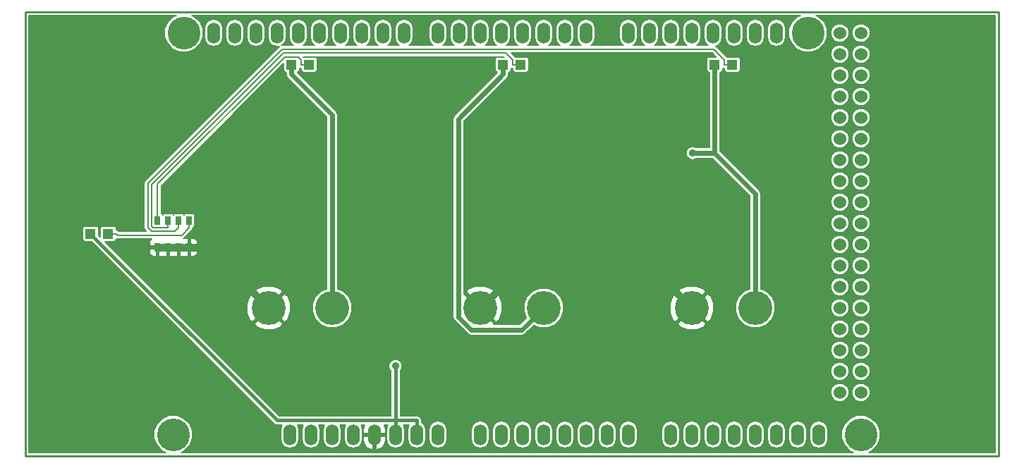
<source format=gtl>
G04 (created by PCBNEW (2013-jul-07)-stable) date Wed 30 Jul 2014 03:33:50 PM EDT*
%MOIN*%
G04 Gerber Fmt 3.4, Leading zero omitted, Abs format*
%FSLAX34Y34*%
G01*
G70*
G90*
G04 APERTURE LIST*
%ADD10C,0.00590551*%
%ADD11C,0.009*%
%ADD12C,0.155*%
%ADD13O,0.06X0.1*%
%ADD14C,0.06*%
%ADD15R,0.047X0.047*%
%ADD16C,0.16*%
%ADD17R,0.028X0.041*%
%ADD18C,0.035*%
%ADD19C,0.036*%
%ADD20C,0.024*%
%ADD21C,0.016*%
%ADD22C,0.008*%
G04 APERTURE END LIST*
G54D10*
G54D11*
X89500Y-51500D02*
X43500Y-51500D01*
X43500Y-30500D02*
X89500Y-30500D01*
X43500Y-30500D02*
X43500Y-51500D01*
X89500Y-51500D02*
X89500Y-30500D01*
G54D12*
X50500Y-50500D03*
X51000Y-31500D03*
X83000Y-50500D03*
X80500Y-31500D03*
G54D13*
X56000Y-50500D03*
X57000Y-50500D03*
X58000Y-50500D03*
X59000Y-50500D03*
X60000Y-50500D03*
X61000Y-50500D03*
X62000Y-50500D03*
X63000Y-50500D03*
X65000Y-50500D03*
X66000Y-50500D03*
X67000Y-50500D03*
X68000Y-50500D03*
X69000Y-50500D03*
X70000Y-50500D03*
X71000Y-50500D03*
X72000Y-50500D03*
X74000Y-50500D03*
X75000Y-50500D03*
X76000Y-50500D03*
X77000Y-50500D03*
X78000Y-50500D03*
X79000Y-50500D03*
X80000Y-50500D03*
X81000Y-50500D03*
X52400Y-31500D03*
X53400Y-31500D03*
X54400Y-31500D03*
X55400Y-31500D03*
X56400Y-31500D03*
X57400Y-31500D03*
X58400Y-31500D03*
X59400Y-31500D03*
X60400Y-31500D03*
X61400Y-31500D03*
X63000Y-31500D03*
X70000Y-31500D03*
X69000Y-31500D03*
X68000Y-31500D03*
X67000Y-31500D03*
X66000Y-31500D03*
X65000Y-31500D03*
X64000Y-31500D03*
X72000Y-31500D03*
X73000Y-31500D03*
X74000Y-31500D03*
X75000Y-31500D03*
X76000Y-31500D03*
X77000Y-31500D03*
X78000Y-31500D03*
X79000Y-31500D03*
G54D14*
X82000Y-31500D03*
X83000Y-31500D03*
X82000Y-32500D03*
X83000Y-32500D03*
X82000Y-33500D03*
X83000Y-33500D03*
X82000Y-34500D03*
X83000Y-34500D03*
X82000Y-35500D03*
X83000Y-35500D03*
X82000Y-36500D03*
X83000Y-36500D03*
X82000Y-37500D03*
X83000Y-37500D03*
X82000Y-38500D03*
X83000Y-38500D03*
X82000Y-39500D03*
X83000Y-39500D03*
X82000Y-40500D03*
X83000Y-40500D03*
X82000Y-41500D03*
X83000Y-41500D03*
X82000Y-42500D03*
X83000Y-42500D03*
X82000Y-43500D03*
X83000Y-43500D03*
X82000Y-44500D03*
X83000Y-44500D03*
X82000Y-45500D03*
X83000Y-45500D03*
X82000Y-46500D03*
X83000Y-46500D03*
X82000Y-47500D03*
X83000Y-47500D03*
X82000Y-48500D03*
X83000Y-48500D03*
G54D15*
X66915Y-33000D03*
X66085Y-33000D03*
X76915Y-33000D03*
X76085Y-33000D03*
X56915Y-33000D03*
X56085Y-33000D03*
G54D16*
X58000Y-44500D03*
X55000Y-44500D03*
X68000Y-44500D03*
X65000Y-44500D03*
X78000Y-44500D03*
X75000Y-44500D03*
G54D17*
X51250Y-40360D03*
X50750Y-40360D03*
X50250Y-40360D03*
X49750Y-40360D03*
X49750Y-41640D03*
X50250Y-41640D03*
X50750Y-41640D03*
X51250Y-41640D03*
G54D15*
X47415Y-41000D03*
X46585Y-41000D03*
G54D18*
X75037Y-37182D03*
X61000Y-47250D03*
G54D19*
X50750Y-41640D02*
X50250Y-41640D01*
X50250Y-41640D02*
X49750Y-41640D01*
X50750Y-41640D02*
X51250Y-41640D01*
X52140Y-41640D02*
X55000Y-44500D01*
X51250Y-41640D02*
X52140Y-41640D01*
X73895Y-43395D02*
X75000Y-44500D01*
X66104Y-43395D02*
X73895Y-43395D01*
X65000Y-44500D02*
X66104Y-43395D01*
G54D20*
X76085Y-33000D02*
X76085Y-33455D01*
X76085Y-37182D02*
X76085Y-33455D01*
X78000Y-39097D02*
X76085Y-37182D01*
X78000Y-44500D02*
X78000Y-39097D01*
X76085Y-37182D02*
X75037Y-37182D01*
X63976Y-35563D02*
X66085Y-33455D01*
X63976Y-44929D02*
X63976Y-35563D01*
X64578Y-45532D02*
X63976Y-44929D01*
X66967Y-45532D02*
X64578Y-45532D01*
X68000Y-44500D02*
X66967Y-45532D01*
X66085Y-33000D02*
X66085Y-33455D01*
X58000Y-35370D02*
X56085Y-33455D01*
X58000Y-44500D02*
X58000Y-35370D01*
X56085Y-33000D02*
X56085Y-33455D01*
G54D21*
X61000Y-50500D02*
X61000Y-47250D01*
X62000Y-49819D02*
X61000Y-49819D01*
X62000Y-50500D02*
X62000Y-49819D01*
X61000Y-50500D02*
X61000Y-49819D01*
X55404Y-49819D02*
X61000Y-49819D01*
X46585Y-41000D02*
X55404Y-49819D01*
G54D22*
X56539Y-32765D02*
X56539Y-33000D01*
X56399Y-32624D02*
X56539Y-32765D01*
X55774Y-32624D02*
X56399Y-32624D01*
X49750Y-38649D02*
X55774Y-32624D01*
X49750Y-40360D02*
X49750Y-38649D01*
X56915Y-33000D02*
X56539Y-33000D01*
X66539Y-32765D02*
X66539Y-33000D01*
X66218Y-32443D02*
X66539Y-32765D01*
X55699Y-32443D02*
X66218Y-32443D01*
X49467Y-38676D02*
X55699Y-32443D01*
X49467Y-40643D02*
X49467Y-38676D01*
X49529Y-40705D02*
X49467Y-40643D01*
X50250Y-40705D02*
X49529Y-40705D01*
X66915Y-33000D02*
X66539Y-33000D01*
X50250Y-40360D02*
X50250Y-40705D01*
X50750Y-40360D02*
X50750Y-40705D01*
X76915Y-33000D02*
X76539Y-33000D01*
X50569Y-40885D02*
X50750Y-40705D01*
X49454Y-40885D02*
X50569Y-40885D01*
X49286Y-40717D02*
X49454Y-40885D01*
X49286Y-38601D02*
X49286Y-40717D01*
X55624Y-32263D02*
X49286Y-38601D01*
X76038Y-32263D02*
X55624Y-32263D01*
X76539Y-32765D02*
X76038Y-32263D01*
X76539Y-33000D02*
X76539Y-32765D01*
X51250Y-40360D02*
X51250Y-40705D01*
X47415Y-41000D02*
X47790Y-41000D01*
X50889Y-41065D02*
X51250Y-40705D01*
X47855Y-41065D02*
X50889Y-41065D01*
X47790Y-41000D02*
X47855Y-41065D01*
G54D10*
G36*
X89335Y-51335D02*
X83375Y-51335D01*
X83517Y-51276D01*
X83775Y-51018D01*
X83914Y-50682D01*
X83915Y-50318D01*
X83776Y-49982D01*
X83518Y-49724D01*
X83440Y-49691D01*
X83440Y-48412D01*
X83440Y-47412D01*
X83440Y-46412D01*
X83440Y-45412D01*
X83440Y-44412D01*
X83440Y-43412D01*
X83440Y-42412D01*
X83440Y-41412D01*
X83440Y-40412D01*
X83440Y-39412D01*
X83440Y-38412D01*
X83440Y-37412D01*
X83440Y-36412D01*
X83440Y-35412D01*
X83440Y-34412D01*
X83440Y-33412D01*
X83440Y-32412D01*
X83440Y-31412D01*
X83373Y-31251D01*
X83249Y-31127D01*
X83087Y-31060D01*
X82912Y-31059D01*
X82751Y-31126D01*
X82627Y-31250D01*
X82560Y-31412D01*
X82559Y-31587D01*
X82626Y-31748D01*
X82750Y-31872D01*
X82912Y-31939D01*
X83087Y-31940D01*
X83248Y-31873D01*
X83372Y-31749D01*
X83439Y-31587D01*
X83440Y-31412D01*
X83440Y-32412D01*
X83373Y-32251D01*
X83249Y-32127D01*
X83087Y-32060D01*
X82912Y-32059D01*
X82751Y-32126D01*
X82627Y-32250D01*
X82560Y-32412D01*
X82559Y-32587D01*
X82626Y-32748D01*
X82750Y-32872D01*
X82912Y-32939D01*
X83087Y-32940D01*
X83248Y-32873D01*
X83372Y-32749D01*
X83439Y-32587D01*
X83440Y-32412D01*
X83440Y-33412D01*
X83373Y-33251D01*
X83249Y-33127D01*
X83087Y-33060D01*
X82912Y-33059D01*
X82751Y-33126D01*
X82627Y-33250D01*
X82560Y-33412D01*
X82559Y-33587D01*
X82626Y-33748D01*
X82750Y-33872D01*
X82912Y-33939D01*
X83087Y-33940D01*
X83248Y-33873D01*
X83372Y-33749D01*
X83439Y-33587D01*
X83440Y-33412D01*
X83440Y-34412D01*
X83373Y-34251D01*
X83249Y-34127D01*
X83087Y-34060D01*
X82912Y-34059D01*
X82751Y-34126D01*
X82627Y-34250D01*
X82560Y-34412D01*
X82559Y-34587D01*
X82626Y-34748D01*
X82750Y-34872D01*
X82912Y-34939D01*
X83087Y-34940D01*
X83248Y-34873D01*
X83372Y-34749D01*
X83439Y-34587D01*
X83440Y-34412D01*
X83440Y-35412D01*
X83373Y-35251D01*
X83249Y-35127D01*
X83087Y-35060D01*
X82912Y-35059D01*
X82751Y-35126D01*
X82627Y-35250D01*
X82560Y-35412D01*
X82559Y-35587D01*
X82626Y-35748D01*
X82750Y-35872D01*
X82912Y-35939D01*
X83087Y-35940D01*
X83248Y-35873D01*
X83372Y-35749D01*
X83439Y-35587D01*
X83440Y-35412D01*
X83440Y-36412D01*
X83373Y-36251D01*
X83249Y-36127D01*
X83087Y-36060D01*
X82912Y-36059D01*
X82751Y-36126D01*
X82627Y-36250D01*
X82560Y-36412D01*
X82559Y-36587D01*
X82626Y-36748D01*
X82750Y-36872D01*
X82912Y-36939D01*
X83087Y-36940D01*
X83248Y-36873D01*
X83372Y-36749D01*
X83439Y-36587D01*
X83440Y-36412D01*
X83440Y-37412D01*
X83373Y-37251D01*
X83249Y-37127D01*
X83087Y-37060D01*
X82912Y-37059D01*
X82751Y-37126D01*
X82627Y-37250D01*
X82560Y-37412D01*
X82559Y-37587D01*
X82626Y-37748D01*
X82750Y-37872D01*
X82912Y-37939D01*
X83087Y-37940D01*
X83248Y-37873D01*
X83372Y-37749D01*
X83439Y-37587D01*
X83440Y-37412D01*
X83440Y-38412D01*
X83373Y-38251D01*
X83249Y-38127D01*
X83087Y-38060D01*
X82912Y-38059D01*
X82751Y-38126D01*
X82627Y-38250D01*
X82560Y-38412D01*
X82559Y-38587D01*
X82626Y-38748D01*
X82750Y-38872D01*
X82912Y-38939D01*
X83087Y-38940D01*
X83248Y-38873D01*
X83372Y-38749D01*
X83439Y-38587D01*
X83440Y-38412D01*
X83440Y-39412D01*
X83373Y-39251D01*
X83249Y-39127D01*
X83087Y-39060D01*
X82912Y-39059D01*
X82751Y-39126D01*
X82627Y-39250D01*
X82560Y-39412D01*
X82559Y-39587D01*
X82626Y-39748D01*
X82750Y-39872D01*
X82912Y-39939D01*
X83087Y-39940D01*
X83248Y-39873D01*
X83372Y-39749D01*
X83439Y-39587D01*
X83440Y-39412D01*
X83440Y-40412D01*
X83373Y-40251D01*
X83249Y-40127D01*
X83087Y-40060D01*
X82912Y-40059D01*
X82751Y-40126D01*
X82627Y-40250D01*
X82560Y-40412D01*
X82559Y-40587D01*
X82626Y-40748D01*
X82750Y-40872D01*
X82912Y-40939D01*
X83087Y-40940D01*
X83248Y-40873D01*
X83372Y-40749D01*
X83439Y-40587D01*
X83440Y-40412D01*
X83440Y-41412D01*
X83373Y-41251D01*
X83249Y-41127D01*
X83087Y-41060D01*
X82912Y-41059D01*
X82751Y-41126D01*
X82627Y-41250D01*
X82560Y-41412D01*
X82559Y-41587D01*
X82626Y-41748D01*
X82750Y-41872D01*
X82912Y-41939D01*
X83087Y-41940D01*
X83248Y-41873D01*
X83372Y-41749D01*
X83439Y-41587D01*
X83440Y-41412D01*
X83440Y-42412D01*
X83373Y-42251D01*
X83249Y-42127D01*
X83087Y-42060D01*
X82912Y-42059D01*
X82751Y-42126D01*
X82627Y-42250D01*
X82560Y-42412D01*
X82559Y-42587D01*
X82626Y-42748D01*
X82750Y-42872D01*
X82912Y-42939D01*
X83087Y-42940D01*
X83248Y-42873D01*
X83372Y-42749D01*
X83439Y-42587D01*
X83440Y-42412D01*
X83440Y-43412D01*
X83373Y-43251D01*
X83249Y-43127D01*
X83087Y-43060D01*
X82912Y-43059D01*
X82751Y-43126D01*
X82627Y-43250D01*
X82560Y-43412D01*
X82559Y-43587D01*
X82626Y-43748D01*
X82750Y-43872D01*
X82912Y-43939D01*
X83087Y-43940D01*
X83248Y-43873D01*
X83372Y-43749D01*
X83439Y-43587D01*
X83440Y-43412D01*
X83440Y-44412D01*
X83373Y-44251D01*
X83249Y-44127D01*
X83087Y-44060D01*
X82912Y-44059D01*
X82751Y-44126D01*
X82627Y-44250D01*
X82560Y-44412D01*
X82559Y-44587D01*
X82626Y-44748D01*
X82750Y-44872D01*
X82912Y-44939D01*
X83087Y-44940D01*
X83248Y-44873D01*
X83372Y-44749D01*
X83439Y-44587D01*
X83440Y-44412D01*
X83440Y-45412D01*
X83373Y-45251D01*
X83249Y-45127D01*
X83087Y-45060D01*
X82912Y-45059D01*
X82751Y-45126D01*
X82627Y-45250D01*
X82560Y-45412D01*
X82559Y-45587D01*
X82626Y-45748D01*
X82750Y-45872D01*
X82912Y-45939D01*
X83087Y-45940D01*
X83248Y-45873D01*
X83372Y-45749D01*
X83439Y-45587D01*
X83440Y-45412D01*
X83440Y-46412D01*
X83373Y-46251D01*
X83249Y-46127D01*
X83087Y-46060D01*
X82912Y-46059D01*
X82751Y-46126D01*
X82627Y-46250D01*
X82560Y-46412D01*
X82559Y-46587D01*
X82626Y-46748D01*
X82750Y-46872D01*
X82912Y-46939D01*
X83087Y-46940D01*
X83248Y-46873D01*
X83372Y-46749D01*
X83439Y-46587D01*
X83440Y-46412D01*
X83440Y-47412D01*
X83373Y-47251D01*
X83249Y-47127D01*
X83087Y-47060D01*
X82912Y-47059D01*
X82751Y-47126D01*
X82627Y-47250D01*
X82560Y-47412D01*
X82559Y-47587D01*
X82626Y-47748D01*
X82750Y-47872D01*
X82912Y-47939D01*
X83087Y-47940D01*
X83248Y-47873D01*
X83372Y-47749D01*
X83439Y-47587D01*
X83440Y-47412D01*
X83440Y-48412D01*
X83373Y-48251D01*
X83249Y-48127D01*
X83087Y-48060D01*
X82912Y-48059D01*
X82751Y-48126D01*
X82627Y-48250D01*
X82560Y-48412D01*
X82559Y-48587D01*
X82626Y-48748D01*
X82750Y-48872D01*
X82912Y-48939D01*
X83087Y-48940D01*
X83248Y-48873D01*
X83372Y-48749D01*
X83439Y-48587D01*
X83440Y-48412D01*
X83440Y-49691D01*
X83182Y-49585D01*
X82818Y-49584D01*
X82482Y-49723D01*
X82440Y-49766D01*
X82440Y-48412D01*
X82440Y-47412D01*
X82440Y-46412D01*
X82440Y-45412D01*
X82440Y-44412D01*
X82440Y-43412D01*
X82440Y-42412D01*
X82440Y-41412D01*
X82440Y-40412D01*
X82440Y-39412D01*
X82440Y-38412D01*
X82440Y-37412D01*
X82440Y-36412D01*
X82440Y-35412D01*
X82440Y-34412D01*
X82440Y-33412D01*
X82440Y-32412D01*
X82440Y-31412D01*
X82373Y-31251D01*
X82249Y-31127D01*
X82087Y-31060D01*
X81912Y-31059D01*
X81751Y-31126D01*
X81627Y-31250D01*
X81560Y-31412D01*
X81559Y-31587D01*
X81626Y-31748D01*
X81750Y-31872D01*
X81912Y-31939D01*
X82087Y-31940D01*
X82248Y-31873D01*
X82372Y-31749D01*
X82439Y-31587D01*
X82440Y-31412D01*
X82440Y-32412D01*
X82373Y-32251D01*
X82249Y-32127D01*
X82087Y-32060D01*
X81912Y-32059D01*
X81751Y-32126D01*
X81627Y-32250D01*
X81560Y-32412D01*
X81559Y-32587D01*
X81626Y-32748D01*
X81750Y-32872D01*
X81912Y-32939D01*
X82087Y-32940D01*
X82248Y-32873D01*
X82372Y-32749D01*
X82439Y-32587D01*
X82440Y-32412D01*
X82440Y-33412D01*
X82373Y-33251D01*
X82249Y-33127D01*
X82087Y-33060D01*
X81912Y-33059D01*
X81751Y-33126D01*
X81627Y-33250D01*
X81560Y-33412D01*
X81559Y-33587D01*
X81626Y-33748D01*
X81750Y-33872D01*
X81912Y-33939D01*
X82087Y-33940D01*
X82248Y-33873D01*
X82372Y-33749D01*
X82439Y-33587D01*
X82440Y-33412D01*
X82440Y-34412D01*
X82373Y-34251D01*
X82249Y-34127D01*
X82087Y-34060D01*
X81912Y-34059D01*
X81751Y-34126D01*
X81627Y-34250D01*
X81560Y-34412D01*
X81559Y-34587D01*
X81626Y-34748D01*
X81750Y-34872D01*
X81912Y-34939D01*
X82087Y-34940D01*
X82248Y-34873D01*
X82372Y-34749D01*
X82439Y-34587D01*
X82440Y-34412D01*
X82440Y-35412D01*
X82373Y-35251D01*
X82249Y-35127D01*
X82087Y-35060D01*
X81912Y-35059D01*
X81751Y-35126D01*
X81627Y-35250D01*
X81560Y-35412D01*
X81559Y-35587D01*
X81626Y-35748D01*
X81750Y-35872D01*
X81912Y-35939D01*
X82087Y-35940D01*
X82248Y-35873D01*
X82372Y-35749D01*
X82439Y-35587D01*
X82440Y-35412D01*
X82440Y-36412D01*
X82373Y-36251D01*
X82249Y-36127D01*
X82087Y-36060D01*
X81912Y-36059D01*
X81751Y-36126D01*
X81627Y-36250D01*
X81560Y-36412D01*
X81559Y-36587D01*
X81626Y-36748D01*
X81750Y-36872D01*
X81912Y-36939D01*
X82087Y-36940D01*
X82248Y-36873D01*
X82372Y-36749D01*
X82439Y-36587D01*
X82440Y-36412D01*
X82440Y-37412D01*
X82373Y-37251D01*
X82249Y-37127D01*
X82087Y-37060D01*
X81912Y-37059D01*
X81751Y-37126D01*
X81627Y-37250D01*
X81560Y-37412D01*
X81559Y-37587D01*
X81626Y-37748D01*
X81750Y-37872D01*
X81912Y-37939D01*
X82087Y-37940D01*
X82248Y-37873D01*
X82372Y-37749D01*
X82439Y-37587D01*
X82440Y-37412D01*
X82440Y-38412D01*
X82373Y-38251D01*
X82249Y-38127D01*
X82087Y-38060D01*
X81912Y-38059D01*
X81751Y-38126D01*
X81627Y-38250D01*
X81560Y-38412D01*
X81559Y-38587D01*
X81626Y-38748D01*
X81750Y-38872D01*
X81912Y-38939D01*
X82087Y-38940D01*
X82248Y-38873D01*
X82372Y-38749D01*
X82439Y-38587D01*
X82440Y-38412D01*
X82440Y-39412D01*
X82373Y-39251D01*
X82249Y-39127D01*
X82087Y-39060D01*
X81912Y-39059D01*
X81751Y-39126D01*
X81627Y-39250D01*
X81560Y-39412D01*
X81559Y-39587D01*
X81626Y-39748D01*
X81750Y-39872D01*
X81912Y-39939D01*
X82087Y-39940D01*
X82248Y-39873D01*
X82372Y-39749D01*
X82439Y-39587D01*
X82440Y-39412D01*
X82440Y-40412D01*
X82373Y-40251D01*
X82249Y-40127D01*
X82087Y-40060D01*
X81912Y-40059D01*
X81751Y-40126D01*
X81627Y-40250D01*
X81560Y-40412D01*
X81559Y-40587D01*
X81626Y-40748D01*
X81750Y-40872D01*
X81912Y-40939D01*
X82087Y-40940D01*
X82248Y-40873D01*
X82372Y-40749D01*
X82439Y-40587D01*
X82440Y-40412D01*
X82440Y-41412D01*
X82373Y-41251D01*
X82249Y-41127D01*
X82087Y-41060D01*
X81912Y-41059D01*
X81751Y-41126D01*
X81627Y-41250D01*
X81560Y-41412D01*
X81559Y-41587D01*
X81626Y-41748D01*
X81750Y-41872D01*
X81912Y-41939D01*
X82087Y-41940D01*
X82248Y-41873D01*
X82372Y-41749D01*
X82439Y-41587D01*
X82440Y-41412D01*
X82440Y-42412D01*
X82373Y-42251D01*
X82249Y-42127D01*
X82087Y-42060D01*
X81912Y-42059D01*
X81751Y-42126D01*
X81627Y-42250D01*
X81560Y-42412D01*
X81559Y-42587D01*
X81626Y-42748D01*
X81750Y-42872D01*
X81912Y-42939D01*
X82087Y-42940D01*
X82248Y-42873D01*
X82372Y-42749D01*
X82439Y-42587D01*
X82440Y-42412D01*
X82440Y-43412D01*
X82373Y-43251D01*
X82249Y-43127D01*
X82087Y-43060D01*
X81912Y-43059D01*
X81751Y-43126D01*
X81627Y-43250D01*
X81560Y-43412D01*
X81559Y-43587D01*
X81626Y-43748D01*
X81750Y-43872D01*
X81912Y-43939D01*
X82087Y-43940D01*
X82248Y-43873D01*
X82372Y-43749D01*
X82439Y-43587D01*
X82440Y-43412D01*
X82440Y-44412D01*
X82373Y-44251D01*
X82249Y-44127D01*
X82087Y-44060D01*
X81912Y-44059D01*
X81751Y-44126D01*
X81627Y-44250D01*
X81560Y-44412D01*
X81559Y-44587D01*
X81626Y-44748D01*
X81750Y-44872D01*
X81912Y-44939D01*
X82087Y-44940D01*
X82248Y-44873D01*
X82372Y-44749D01*
X82439Y-44587D01*
X82440Y-44412D01*
X82440Y-45412D01*
X82373Y-45251D01*
X82249Y-45127D01*
X82087Y-45060D01*
X81912Y-45059D01*
X81751Y-45126D01*
X81627Y-45250D01*
X81560Y-45412D01*
X81559Y-45587D01*
X81626Y-45748D01*
X81750Y-45872D01*
X81912Y-45939D01*
X82087Y-45940D01*
X82248Y-45873D01*
X82372Y-45749D01*
X82439Y-45587D01*
X82440Y-45412D01*
X82440Y-46412D01*
X82373Y-46251D01*
X82249Y-46127D01*
X82087Y-46060D01*
X81912Y-46059D01*
X81751Y-46126D01*
X81627Y-46250D01*
X81560Y-46412D01*
X81559Y-46587D01*
X81626Y-46748D01*
X81750Y-46872D01*
X81912Y-46939D01*
X82087Y-46940D01*
X82248Y-46873D01*
X82372Y-46749D01*
X82439Y-46587D01*
X82440Y-46412D01*
X82440Y-47412D01*
X82373Y-47251D01*
X82249Y-47127D01*
X82087Y-47060D01*
X81912Y-47059D01*
X81751Y-47126D01*
X81627Y-47250D01*
X81560Y-47412D01*
X81559Y-47587D01*
X81626Y-47748D01*
X81750Y-47872D01*
X81912Y-47939D01*
X82087Y-47940D01*
X82248Y-47873D01*
X82372Y-47749D01*
X82439Y-47587D01*
X82440Y-47412D01*
X82440Y-48412D01*
X82373Y-48251D01*
X82249Y-48127D01*
X82087Y-48060D01*
X81912Y-48059D01*
X81751Y-48126D01*
X81627Y-48250D01*
X81560Y-48412D01*
X81559Y-48587D01*
X81626Y-48748D01*
X81750Y-48872D01*
X81912Y-48939D01*
X82087Y-48940D01*
X82248Y-48873D01*
X82372Y-48749D01*
X82439Y-48587D01*
X82440Y-48412D01*
X82440Y-49766D01*
X82224Y-49981D01*
X82085Y-50317D01*
X82084Y-50681D01*
X82223Y-51017D01*
X82481Y-51275D01*
X82624Y-51335D01*
X81440Y-51335D01*
X81440Y-50712D01*
X81440Y-50287D01*
X81406Y-50119D01*
X81311Y-49976D01*
X81168Y-49880D01*
X81000Y-49847D01*
X80831Y-49880D01*
X80688Y-49976D01*
X80593Y-50119D01*
X80560Y-50287D01*
X80560Y-50712D01*
X80593Y-50880D01*
X80688Y-51023D01*
X80831Y-51119D01*
X81000Y-51152D01*
X81168Y-51119D01*
X81311Y-51023D01*
X81406Y-50880D01*
X81440Y-50712D01*
X81440Y-51335D01*
X80440Y-51335D01*
X80440Y-50712D01*
X80440Y-50287D01*
X80406Y-50119D01*
X80311Y-49976D01*
X80168Y-49880D01*
X80000Y-49847D01*
X79831Y-49880D01*
X79688Y-49976D01*
X79593Y-50119D01*
X79560Y-50287D01*
X79560Y-50712D01*
X79593Y-50880D01*
X79688Y-51023D01*
X79831Y-51119D01*
X80000Y-51152D01*
X80168Y-51119D01*
X80311Y-51023D01*
X80406Y-50880D01*
X80440Y-50712D01*
X80440Y-51335D01*
X79440Y-51335D01*
X79440Y-50712D01*
X79440Y-50287D01*
X79440Y-31712D01*
X79440Y-31287D01*
X79406Y-31119D01*
X79311Y-30976D01*
X79168Y-30880D01*
X79000Y-30847D01*
X78831Y-30880D01*
X78688Y-30976D01*
X78593Y-31119D01*
X78560Y-31287D01*
X78560Y-31712D01*
X78593Y-31880D01*
X78688Y-32023D01*
X78831Y-32119D01*
X79000Y-32152D01*
X79168Y-32119D01*
X79311Y-32023D01*
X79406Y-31880D01*
X79440Y-31712D01*
X79440Y-50287D01*
X79406Y-50119D01*
X79311Y-49976D01*
X79168Y-49880D01*
X79000Y-49847D01*
X78940Y-49859D01*
X78940Y-44313D01*
X78797Y-43968D01*
X78533Y-43703D01*
X78440Y-43664D01*
X78440Y-31712D01*
X78440Y-31287D01*
X78406Y-31119D01*
X78311Y-30976D01*
X78168Y-30880D01*
X78000Y-30847D01*
X77831Y-30880D01*
X77688Y-30976D01*
X77593Y-31119D01*
X77560Y-31287D01*
X77560Y-31712D01*
X77593Y-31880D01*
X77688Y-32023D01*
X77831Y-32119D01*
X78000Y-32152D01*
X78168Y-32119D01*
X78311Y-32023D01*
X78406Y-31880D01*
X78440Y-31712D01*
X78440Y-43664D01*
X78260Y-43590D01*
X78260Y-39097D01*
X78240Y-38998D01*
X78183Y-38914D01*
X77440Y-38170D01*
X77440Y-31712D01*
X77440Y-31287D01*
X77406Y-31119D01*
X77311Y-30976D01*
X77168Y-30880D01*
X77000Y-30847D01*
X76831Y-30880D01*
X76688Y-30976D01*
X76593Y-31119D01*
X76560Y-31287D01*
X76560Y-31712D01*
X76593Y-31880D01*
X76688Y-32023D01*
X76831Y-32119D01*
X77000Y-32152D01*
X77168Y-32119D01*
X77311Y-32023D01*
X77406Y-31880D01*
X77440Y-31712D01*
X77440Y-38170D01*
X76345Y-37075D01*
X76345Y-33455D01*
X76345Y-33375D01*
X76347Y-33375D01*
X76399Y-33353D01*
X76438Y-33314D01*
X76459Y-33262D01*
X76460Y-33207D01*
X76460Y-33158D01*
X76470Y-33166D01*
X76539Y-33180D01*
X76539Y-33180D01*
X76539Y-33262D01*
X76561Y-33314D01*
X76600Y-33353D01*
X76652Y-33374D01*
X76707Y-33375D01*
X77177Y-33375D01*
X77229Y-33353D01*
X77268Y-33314D01*
X77289Y-33262D01*
X77290Y-33207D01*
X77290Y-32737D01*
X77268Y-32685D01*
X77229Y-32646D01*
X77177Y-32625D01*
X77122Y-32624D01*
X76653Y-32624D01*
X76165Y-32136D01*
X76145Y-32123D01*
X76168Y-32119D01*
X76311Y-32023D01*
X76406Y-31880D01*
X76440Y-31712D01*
X76440Y-31287D01*
X76406Y-31119D01*
X76311Y-30976D01*
X76168Y-30880D01*
X76000Y-30847D01*
X75831Y-30880D01*
X75688Y-30976D01*
X75593Y-31119D01*
X75560Y-31287D01*
X75560Y-31712D01*
X75593Y-31880D01*
X75688Y-32023D01*
X75778Y-32083D01*
X75221Y-32083D01*
X75311Y-32023D01*
X75406Y-31880D01*
X75440Y-31712D01*
X75440Y-31287D01*
X75406Y-31119D01*
X75311Y-30976D01*
X75168Y-30880D01*
X75000Y-30847D01*
X74831Y-30880D01*
X74688Y-30976D01*
X74593Y-31119D01*
X74560Y-31287D01*
X74560Y-31712D01*
X74593Y-31880D01*
X74688Y-32023D01*
X74778Y-32083D01*
X74221Y-32083D01*
X74311Y-32023D01*
X74406Y-31880D01*
X74440Y-31712D01*
X74440Y-31287D01*
X74406Y-31119D01*
X74311Y-30976D01*
X74168Y-30880D01*
X74000Y-30847D01*
X73831Y-30880D01*
X73688Y-30976D01*
X73593Y-31119D01*
X73560Y-31287D01*
X73560Y-31712D01*
X73593Y-31880D01*
X73688Y-32023D01*
X73778Y-32083D01*
X73221Y-32083D01*
X73311Y-32023D01*
X73406Y-31880D01*
X73440Y-31712D01*
X73440Y-31287D01*
X73406Y-31119D01*
X73311Y-30976D01*
X73168Y-30880D01*
X73000Y-30847D01*
X72831Y-30880D01*
X72688Y-30976D01*
X72593Y-31119D01*
X72560Y-31287D01*
X72560Y-31712D01*
X72593Y-31880D01*
X72688Y-32023D01*
X72778Y-32083D01*
X72221Y-32083D01*
X72311Y-32023D01*
X72406Y-31880D01*
X72440Y-31712D01*
X72440Y-31287D01*
X72406Y-31119D01*
X72311Y-30976D01*
X72168Y-30880D01*
X72000Y-30847D01*
X71831Y-30880D01*
X71688Y-30976D01*
X71593Y-31119D01*
X71560Y-31287D01*
X71560Y-31712D01*
X71593Y-31880D01*
X71688Y-32023D01*
X71778Y-32083D01*
X70221Y-32083D01*
X70311Y-32023D01*
X70406Y-31880D01*
X70440Y-31712D01*
X70440Y-31287D01*
X70406Y-31119D01*
X70311Y-30976D01*
X70168Y-30880D01*
X70000Y-30847D01*
X69831Y-30880D01*
X69688Y-30976D01*
X69593Y-31119D01*
X69560Y-31287D01*
X69560Y-31712D01*
X69593Y-31880D01*
X69688Y-32023D01*
X69778Y-32083D01*
X69221Y-32083D01*
X69311Y-32023D01*
X69406Y-31880D01*
X69440Y-31712D01*
X69440Y-31287D01*
X69406Y-31119D01*
X69311Y-30976D01*
X69168Y-30880D01*
X69000Y-30847D01*
X68831Y-30880D01*
X68688Y-30976D01*
X68593Y-31119D01*
X68560Y-31287D01*
X68560Y-31712D01*
X68593Y-31880D01*
X68688Y-32023D01*
X68778Y-32083D01*
X68221Y-32083D01*
X68311Y-32023D01*
X68406Y-31880D01*
X68440Y-31712D01*
X68440Y-31287D01*
X68406Y-31119D01*
X68311Y-30976D01*
X68168Y-30880D01*
X68000Y-30847D01*
X67831Y-30880D01*
X67688Y-30976D01*
X67593Y-31119D01*
X67560Y-31287D01*
X67560Y-31712D01*
X67593Y-31880D01*
X67688Y-32023D01*
X67778Y-32083D01*
X67221Y-32083D01*
X67311Y-32023D01*
X67406Y-31880D01*
X67440Y-31712D01*
X67440Y-31287D01*
X67406Y-31119D01*
X67311Y-30976D01*
X67168Y-30880D01*
X67000Y-30847D01*
X66831Y-30880D01*
X66688Y-30976D01*
X66593Y-31119D01*
X66560Y-31287D01*
X66560Y-31712D01*
X66593Y-31880D01*
X66688Y-32023D01*
X66778Y-32083D01*
X66221Y-32083D01*
X66311Y-32023D01*
X66406Y-31880D01*
X66440Y-31712D01*
X66440Y-31287D01*
X66406Y-31119D01*
X66311Y-30976D01*
X66168Y-30880D01*
X66000Y-30847D01*
X65831Y-30880D01*
X65688Y-30976D01*
X65593Y-31119D01*
X65560Y-31287D01*
X65560Y-31712D01*
X65593Y-31880D01*
X65688Y-32023D01*
X65778Y-32083D01*
X65221Y-32083D01*
X65311Y-32023D01*
X65406Y-31880D01*
X65440Y-31712D01*
X65440Y-31287D01*
X65406Y-31119D01*
X65311Y-30976D01*
X65168Y-30880D01*
X65000Y-30847D01*
X64831Y-30880D01*
X64688Y-30976D01*
X64593Y-31119D01*
X64560Y-31287D01*
X64560Y-31712D01*
X64593Y-31880D01*
X64688Y-32023D01*
X64778Y-32083D01*
X64221Y-32083D01*
X64311Y-32023D01*
X64406Y-31880D01*
X64440Y-31712D01*
X64440Y-31287D01*
X64406Y-31119D01*
X64311Y-30976D01*
X64168Y-30880D01*
X64000Y-30847D01*
X63831Y-30880D01*
X63688Y-30976D01*
X63593Y-31119D01*
X63560Y-31287D01*
X63560Y-31712D01*
X63593Y-31880D01*
X63688Y-32023D01*
X63778Y-32083D01*
X63221Y-32083D01*
X63311Y-32023D01*
X63406Y-31880D01*
X63440Y-31712D01*
X63440Y-31287D01*
X63406Y-31119D01*
X63311Y-30976D01*
X63168Y-30880D01*
X63000Y-30847D01*
X62831Y-30880D01*
X62688Y-30976D01*
X62593Y-31119D01*
X62560Y-31287D01*
X62560Y-31712D01*
X62593Y-31880D01*
X62688Y-32023D01*
X62778Y-32083D01*
X61621Y-32083D01*
X61711Y-32023D01*
X61806Y-31880D01*
X61840Y-31712D01*
X61840Y-31287D01*
X61806Y-31119D01*
X61711Y-30976D01*
X61568Y-30880D01*
X61400Y-30847D01*
X61231Y-30880D01*
X61088Y-30976D01*
X60993Y-31119D01*
X60960Y-31287D01*
X60960Y-31712D01*
X60993Y-31880D01*
X61088Y-32023D01*
X61178Y-32083D01*
X60621Y-32083D01*
X60711Y-32023D01*
X60806Y-31880D01*
X60840Y-31712D01*
X60840Y-31287D01*
X60806Y-31119D01*
X60711Y-30976D01*
X60568Y-30880D01*
X60400Y-30847D01*
X60231Y-30880D01*
X60088Y-30976D01*
X59993Y-31119D01*
X59960Y-31287D01*
X59960Y-31712D01*
X59993Y-31880D01*
X60088Y-32023D01*
X60178Y-32083D01*
X59621Y-32083D01*
X59711Y-32023D01*
X59806Y-31880D01*
X59840Y-31712D01*
X59840Y-31287D01*
X59806Y-31119D01*
X59711Y-30976D01*
X59568Y-30880D01*
X59400Y-30847D01*
X59231Y-30880D01*
X59088Y-30976D01*
X58993Y-31119D01*
X58960Y-31287D01*
X58960Y-31712D01*
X58993Y-31880D01*
X59088Y-32023D01*
X59178Y-32083D01*
X58621Y-32083D01*
X58711Y-32023D01*
X58806Y-31880D01*
X58840Y-31712D01*
X58840Y-31287D01*
X58806Y-31119D01*
X58711Y-30976D01*
X58568Y-30880D01*
X58400Y-30847D01*
X58231Y-30880D01*
X58088Y-30976D01*
X57993Y-31119D01*
X57960Y-31287D01*
X57960Y-31712D01*
X57993Y-31880D01*
X58088Y-32023D01*
X58178Y-32083D01*
X57621Y-32083D01*
X57711Y-32023D01*
X57806Y-31880D01*
X57840Y-31712D01*
X57840Y-31287D01*
X57806Y-31119D01*
X57711Y-30976D01*
X57568Y-30880D01*
X57400Y-30847D01*
X57231Y-30880D01*
X57088Y-30976D01*
X56993Y-31119D01*
X56960Y-31287D01*
X56960Y-31712D01*
X56993Y-31880D01*
X57088Y-32023D01*
X57178Y-32083D01*
X56621Y-32083D01*
X56711Y-32023D01*
X56806Y-31880D01*
X56840Y-31712D01*
X56840Y-31287D01*
X56806Y-31119D01*
X56711Y-30976D01*
X56568Y-30880D01*
X56400Y-30847D01*
X56231Y-30880D01*
X56088Y-30976D01*
X55993Y-31119D01*
X55960Y-31287D01*
X55960Y-31712D01*
X55993Y-31880D01*
X56088Y-32023D01*
X56178Y-32083D01*
X55624Y-32083D01*
X55619Y-32084D01*
X55711Y-32023D01*
X55806Y-31880D01*
X55840Y-31712D01*
X55840Y-31287D01*
X55806Y-31119D01*
X55711Y-30976D01*
X55568Y-30880D01*
X55400Y-30847D01*
X55231Y-30880D01*
X55088Y-30976D01*
X54993Y-31119D01*
X54960Y-31287D01*
X54960Y-31712D01*
X54993Y-31880D01*
X55088Y-32023D01*
X55231Y-32119D01*
X55400Y-32152D01*
X55504Y-32131D01*
X55497Y-32136D01*
X54840Y-32793D01*
X54840Y-31712D01*
X54840Y-31287D01*
X54806Y-31119D01*
X54711Y-30976D01*
X54568Y-30880D01*
X54400Y-30847D01*
X54231Y-30880D01*
X54088Y-30976D01*
X53993Y-31119D01*
X53960Y-31287D01*
X53960Y-31712D01*
X53993Y-31880D01*
X54088Y-32023D01*
X54231Y-32119D01*
X54400Y-32152D01*
X54568Y-32119D01*
X54711Y-32023D01*
X54806Y-31880D01*
X54840Y-31712D01*
X54840Y-32793D01*
X53840Y-33793D01*
X53840Y-31712D01*
X53840Y-31287D01*
X53806Y-31119D01*
X53711Y-30976D01*
X53568Y-30880D01*
X53400Y-30847D01*
X53231Y-30880D01*
X53088Y-30976D01*
X52993Y-31119D01*
X52960Y-31287D01*
X52960Y-31712D01*
X52993Y-31880D01*
X53088Y-32023D01*
X53231Y-32119D01*
X53400Y-32152D01*
X53568Y-32119D01*
X53711Y-32023D01*
X53806Y-31880D01*
X53840Y-31712D01*
X53840Y-33793D01*
X52840Y-34793D01*
X52840Y-31712D01*
X52840Y-31287D01*
X52806Y-31119D01*
X52711Y-30976D01*
X52568Y-30880D01*
X52400Y-30847D01*
X52231Y-30880D01*
X52088Y-30976D01*
X51993Y-31119D01*
X51960Y-31287D01*
X51960Y-31712D01*
X51993Y-31880D01*
X52088Y-32023D01*
X52231Y-32119D01*
X52400Y-32152D01*
X52568Y-32119D01*
X52711Y-32023D01*
X52806Y-31880D01*
X52840Y-31712D01*
X52840Y-34793D01*
X49159Y-38474D01*
X49120Y-38532D01*
X49106Y-38601D01*
X49106Y-40717D01*
X49120Y-40786D01*
X49159Y-40844D01*
X49200Y-40885D01*
X47930Y-40885D01*
X47917Y-40872D01*
X47859Y-40833D01*
X47790Y-40820D01*
X47790Y-40820D01*
X47790Y-40737D01*
X47768Y-40685D01*
X47729Y-40646D01*
X47677Y-40625D01*
X47622Y-40624D01*
X47152Y-40624D01*
X47100Y-40646D01*
X47061Y-40685D01*
X47040Y-40737D01*
X47039Y-40792D01*
X47039Y-41143D01*
X46960Y-41063D01*
X46960Y-40737D01*
X46938Y-40685D01*
X46899Y-40646D01*
X46847Y-40625D01*
X46792Y-40624D01*
X46322Y-40624D01*
X46270Y-40646D01*
X46231Y-40685D01*
X46210Y-40737D01*
X46209Y-40792D01*
X46209Y-41262D01*
X46231Y-41314D01*
X46270Y-41353D01*
X46322Y-41374D01*
X46377Y-41375D01*
X46648Y-41375D01*
X55249Y-49975D01*
X55249Y-49975D01*
X55285Y-49999D01*
X55320Y-50023D01*
X55320Y-50023D01*
X55404Y-50039D01*
X55646Y-50039D01*
X55593Y-50119D01*
X55560Y-50287D01*
X55560Y-50712D01*
X55593Y-50880D01*
X55688Y-51023D01*
X55831Y-51119D01*
X56000Y-51152D01*
X56168Y-51119D01*
X56311Y-51023D01*
X56406Y-50880D01*
X56440Y-50712D01*
X56440Y-50287D01*
X56406Y-50119D01*
X56353Y-50039D01*
X56646Y-50039D01*
X56593Y-50119D01*
X56560Y-50287D01*
X56560Y-50712D01*
X56593Y-50880D01*
X56688Y-51023D01*
X56831Y-51119D01*
X57000Y-51152D01*
X57168Y-51119D01*
X57311Y-51023D01*
X57406Y-50880D01*
X57440Y-50712D01*
X57440Y-50287D01*
X57406Y-50119D01*
X57353Y-50039D01*
X57646Y-50039D01*
X57593Y-50119D01*
X57560Y-50287D01*
X57560Y-50712D01*
X57593Y-50880D01*
X57688Y-51023D01*
X57831Y-51119D01*
X58000Y-51152D01*
X58168Y-51119D01*
X58311Y-51023D01*
X58406Y-50880D01*
X58440Y-50712D01*
X58440Y-50287D01*
X58406Y-50119D01*
X58353Y-50039D01*
X58646Y-50039D01*
X58593Y-50119D01*
X58560Y-50287D01*
X58560Y-50712D01*
X58593Y-50880D01*
X58688Y-51023D01*
X58831Y-51119D01*
X59000Y-51152D01*
X59168Y-51119D01*
X59311Y-51023D01*
X59406Y-50880D01*
X59440Y-50712D01*
X59440Y-50287D01*
X59406Y-50119D01*
X59353Y-50039D01*
X59523Y-50039D01*
X59460Y-50240D01*
X59460Y-50440D01*
X59940Y-50440D01*
X59940Y-50432D01*
X60060Y-50432D01*
X60060Y-50440D01*
X60540Y-50440D01*
X60540Y-50240D01*
X60476Y-50039D01*
X60646Y-50039D01*
X60593Y-50119D01*
X60560Y-50287D01*
X60560Y-50712D01*
X60593Y-50880D01*
X60688Y-51023D01*
X60831Y-51119D01*
X61000Y-51152D01*
X61168Y-51119D01*
X61311Y-51023D01*
X61406Y-50880D01*
X61440Y-50712D01*
X61440Y-50287D01*
X61406Y-50119D01*
X61353Y-50039D01*
X61646Y-50039D01*
X61593Y-50119D01*
X61560Y-50287D01*
X61560Y-50712D01*
X61593Y-50880D01*
X61688Y-51023D01*
X61831Y-51119D01*
X62000Y-51152D01*
X62168Y-51119D01*
X62311Y-51023D01*
X62406Y-50880D01*
X62440Y-50712D01*
X62440Y-50287D01*
X62406Y-50119D01*
X62311Y-49976D01*
X62220Y-49915D01*
X62220Y-49819D01*
X62203Y-49735D01*
X62155Y-49664D01*
X62084Y-49616D01*
X62000Y-49599D01*
X61220Y-49599D01*
X61220Y-47475D01*
X61266Y-47428D01*
X61314Y-47312D01*
X61315Y-47187D01*
X61267Y-47071D01*
X61178Y-46983D01*
X61062Y-46935D01*
X60937Y-46934D01*
X60821Y-46982D01*
X60733Y-47071D01*
X60685Y-47187D01*
X60684Y-47312D01*
X60732Y-47428D01*
X60780Y-47475D01*
X60780Y-49599D01*
X56043Y-49599D01*
X56043Y-44688D01*
X56036Y-44275D01*
X55891Y-43926D01*
X55748Y-43836D01*
X55663Y-43921D01*
X55663Y-43751D01*
X55573Y-43608D01*
X55188Y-43456D01*
X54775Y-43463D01*
X54426Y-43608D01*
X54336Y-43751D01*
X55000Y-44415D01*
X55663Y-43751D01*
X55663Y-43921D01*
X55084Y-44500D01*
X55748Y-45163D01*
X55891Y-45073D01*
X56043Y-44688D01*
X56043Y-49599D01*
X55663Y-49599D01*
X55663Y-45248D01*
X55000Y-44584D01*
X54915Y-44669D01*
X54915Y-44500D01*
X54251Y-43836D01*
X54108Y-43926D01*
X53956Y-44311D01*
X53963Y-44724D01*
X54108Y-45073D01*
X54251Y-45163D01*
X54915Y-44500D01*
X54915Y-44669D01*
X54336Y-45248D01*
X54426Y-45391D01*
X54811Y-45543D01*
X55224Y-45536D01*
X55573Y-45391D01*
X55663Y-45248D01*
X55663Y-49599D01*
X55496Y-49599D01*
X51630Y-45733D01*
X51630Y-41797D01*
X51630Y-41482D01*
X51629Y-41387D01*
X51593Y-41298D01*
X51525Y-41231D01*
X51437Y-41194D01*
X51370Y-41195D01*
X51310Y-41255D01*
X51310Y-41580D01*
X51570Y-41580D01*
X51630Y-41520D01*
X51630Y-41482D01*
X51630Y-41797D01*
X51630Y-41760D01*
X51570Y-41700D01*
X51310Y-41700D01*
X51310Y-42025D01*
X51370Y-42085D01*
X51437Y-42085D01*
X51525Y-42048D01*
X51593Y-41981D01*
X51629Y-41892D01*
X51630Y-41797D01*
X51630Y-45733D01*
X51190Y-45293D01*
X51190Y-42025D01*
X51190Y-41700D01*
X51070Y-41700D01*
X50930Y-41700D01*
X50810Y-41700D01*
X50810Y-42025D01*
X50870Y-42085D01*
X50937Y-42085D01*
X51000Y-42059D01*
X51062Y-42085D01*
X51130Y-42085D01*
X51190Y-42025D01*
X51190Y-45293D01*
X50690Y-44793D01*
X50690Y-42025D01*
X50690Y-41700D01*
X50570Y-41700D01*
X50430Y-41700D01*
X50310Y-41700D01*
X50310Y-42025D01*
X50370Y-42085D01*
X50437Y-42085D01*
X50500Y-42059D01*
X50562Y-42085D01*
X50630Y-42085D01*
X50690Y-42025D01*
X50690Y-44793D01*
X50190Y-44293D01*
X50190Y-42025D01*
X50190Y-41700D01*
X50070Y-41700D01*
X49930Y-41700D01*
X49810Y-41700D01*
X49810Y-42025D01*
X49870Y-42085D01*
X49937Y-42085D01*
X50000Y-42059D01*
X50062Y-42085D01*
X50130Y-42085D01*
X50190Y-42025D01*
X50190Y-44293D01*
X49690Y-43793D01*
X49690Y-42025D01*
X49690Y-41700D01*
X49430Y-41700D01*
X49370Y-41760D01*
X49369Y-41797D01*
X49370Y-41892D01*
X49406Y-41981D01*
X49474Y-42048D01*
X49562Y-42085D01*
X49630Y-42085D01*
X49690Y-42025D01*
X49690Y-43793D01*
X47271Y-41375D01*
X47677Y-41375D01*
X47729Y-41353D01*
X47768Y-41314D01*
X47789Y-41262D01*
X47790Y-41232D01*
X47855Y-41245D01*
X49460Y-41245D01*
X49406Y-41298D01*
X49370Y-41387D01*
X49369Y-41482D01*
X49370Y-41520D01*
X49430Y-41580D01*
X49690Y-41580D01*
X49690Y-41572D01*
X49810Y-41572D01*
X49810Y-41580D01*
X49930Y-41580D01*
X50070Y-41580D01*
X50190Y-41580D01*
X50190Y-41572D01*
X50310Y-41572D01*
X50310Y-41580D01*
X50430Y-41580D01*
X50570Y-41580D01*
X50690Y-41580D01*
X50690Y-41572D01*
X50810Y-41572D01*
X50810Y-41580D01*
X50930Y-41580D01*
X51070Y-41580D01*
X51190Y-41580D01*
X51190Y-41255D01*
X51130Y-41195D01*
X51062Y-41194D01*
X51000Y-41220D01*
X50984Y-41214D01*
X51017Y-41192D01*
X51377Y-40832D01*
X51377Y-40832D01*
X51416Y-40774D01*
X51429Y-40705D01*
X51430Y-40705D01*
X51430Y-40678D01*
X51457Y-40666D01*
X51491Y-40633D01*
X51509Y-40588D01*
X51510Y-40541D01*
X51510Y-40131D01*
X51491Y-40087D01*
X51458Y-40053D01*
X51413Y-40035D01*
X51366Y-40034D01*
X51086Y-40034D01*
X51042Y-40053D01*
X51008Y-40086D01*
X51000Y-40106D01*
X50991Y-40087D01*
X50958Y-40053D01*
X50913Y-40035D01*
X50866Y-40034D01*
X50586Y-40034D01*
X50542Y-40053D01*
X50508Y-40086D01*
X50500Y-40106D01*
X50491Y-40087D01*
X50458Y-40053D01*
X50413Y-40035D01*
X50366Y-40034D01*
X50086Y-40034D01*
X50042Y-40053D01*
X50008Y-40086D01*
X50000Y-40106D01*
X49991Y-40087D01*
X49958Y-40053D01*
X49930Y-40041D01*
X49930Y-38723D01*
X55709Y-32943D01*
X55709Y-33262D01*
X55731Y-33314D01*
X55770Y-33353D01*
X55822Y-33374D01*
X55825Y-33374D01*
X55825Y-33455D01*
X55844Y-33554D01*
X55901Y-33638D01*
X57740Y-35477D01*
X57740Y-43590D01*
X57468Y-43702D01*
X57203Y-43966D01*
X57060Y-44312D01*
X57059Y-44686D01*
X57202Y-45031D01*
X57466Y-45296D01*
X57812Y-45439D01*
X58186Y-45440D01*
X58531Y-45297D01*
X58796Y-45033D01*
X58939Y-44687D01*
X58940Y-44313D01*
X58797Y-43968D01*
X58533Y-43703D01*
X58260Y-43590D01*
X58260Y-35370D01*
X58240Y-35270D01*
X58183Y-35186D01*
X56365Y-33367D01*
X56399Y-33353D01*
X56438Y-33314D01*
X56459Y-33262D01*
X56460Y-33207D01*
X56460Y-33158D01*
X56470Y-33166D01*
X56539Y-33180D01*
X56539Y-33180D01*
X56539Y-33262D01*
X56561Y-33314D01*
X56600Y-33353D01*
X56652Y-33374D01*
X56707Y-33375D01*
X57177Y-33375D01*
X57229Y-33353D01*
X57268Y-33314D01*
X57289Y-33262D01*
X57290Y-33207D01*
X57290Y-32737D01*
X57268Y-32685D01*
X57229Y-32646D01*
X57177Y-32625D01*
X57122Y-32624D01*
X56653Y-32624D01*
X56652Y-32623D01*
X66143Y-32623D01*
X66144Y-32624D01*
X65822Y-32624D01*
X65770Y-32646D01*
X65731Y-32685D01*
X65710Y-32737D01*
X65709Y-32792D01*
X65709Y-33262D01*
X65731Y-33314D01*
X65770Y-33353D01*
X65804Y-33367D01*
X63792Y-35380D01*
X63736Y-35464D01*
X63716Y-35563D01*
X63716Y-44929D01*
X63736Y-45029D01*
X63792Y-45113D01*
X64395Y-45716D01*
X64395Y-45716D01*
X64479Y-45772D01*
X64578Y-45792D01*
X66967Y-45792D01*
X67067Y-45772D01*
X67151Y-45716D01*
X67540Y-45327D01*
X67812Y-45439D01*
X68186Y-45440D01*
X68531Y-45297D01*
X68796Y-45033D01*
X68939Y-44687D01*
X68940Y-44313D01*
X68797Y-43968D01*
X68533Y-43703D01*
X68187Y-43560D01*
X67813Y-43559D01*
X67468Y-43702D01*
X67203Y-43966D01*
X67060Y-44312D01*
X67059Y-44686D01*
X67172Y-44959D01*
X66860Y-45272D01*
X66043Y-45272D01*
X66043Y-44688D01*
X66036Y-44275D01*
X65891Y-43926D01*
X65748Y-43836D01*
X65663Y-43921D01*
X65663Y-43751D01*
X65573Y-43608D01*
X65188Y-43456D01*
X64775Y-43463D01*
X64426Y-43608D01*
X64336Y-43751D01*
X65000Y-44415D01*
X65663Y-43751D01*
X65663Y-43921D01*
X65084Y-44500D01*
X65748Y-45163D01*
X65891Y-45073D01*
X66043Y-44688D01*
X66043Y-45272D01*
X65648Y-45272D01*
X65663Y-45248D01*
X65000Y-44584D01*
X64994Y-44590D01*
X64909Y-44505D01*
X64915Y-44500D01*
X64251Y-43836D01*
X64236Y-43845D01*
X64236Y-35671D01*
X66268Y-33638D01*
X66268Y-33638D01*
X66306Y-33582D01*
X66325Y-33554D01*
X66325Y-33554D01*
X66344Y-33455D01*
X66345Y-33455D01*
X66345Y-33375D01*
X66347Y-33375D01*
X66399Y-33353D01*
X66438Y-33314D01*
X66459Y-33262D01*
X66460Y-33207D01*
X66460Y-33158D01*
X66470Y-33166D01*
X66539Y-33180D01*
X66539Y-33180D01*
X66539Y-33262D01*
X66561Y-33314D01*
X66600Y-33353D01*
X66652Y-33374D01*
X66707Y-33375D01*
X67177Y-33375D01*
X67229Y-33353D01*
X67268Y-33314D01*
X67289Y-33262D01*
X67290Y-33207D01*
X67290Y-32737D01*
X67268Y-32685D01*
X67229Y-32646D01*
X67177Y-32625D01*
X67122Y-32624D01*
X66653Y-32624D01*
X66472Y-32443D01*
X75963Y-32443D01*
X76144Y-32624D01*
X75822Y-32624D01*
X75770Y-32646D01*
X75731Y-32685D01*
X75710Y-32737D01*
X75709Y-32792D01*
X75709Y-33262D01*
X75731Y-33314D01*
X75770Y-33353D01*
X75822Y-33374D01*
X75825Y-33374D01*
X75825Y-33455D01*
X75825Y-36922D01*
X75222Y-36922D01*
X75215Y-36916D01*
X75100Y-36868D01*
X74974Y-36867D01*
X74858Y-36915D01*
X74770Y-37004D01*
X74722Y-37120D01*
X74722Y-37245D01*
X74769Y-37361D01*
X74858Y-37449D01*
X74974Y-37497D01*
X75099Y-37498D01*
X75215Y-37450D01*
X75222Y-37442D01*
X75977Y-37442D01*
X77740Y-39205D01*
X77740Y-43590D01*
X77468Y-43702D01*
X77203Y-43966D01*
X77060Y-44312D01*
X77059Y-44686D01*
X77202Y-45031D01*
X77466Y-45296D01*
X77812Y-45439D01*
X78186Y-45440D01*
X78531Y-45297D01*
X78796Y-45033D01*
X78939Y-44687D01*
X78940Y-44313D01*
X78940Y-49859D01*
X78831Y-49880D01*
X78688Y-49976D01*
X78593Y-50119D01*
X78560Y-50287D01*
X78560Y-50712D01*
X78593Y-50880D01*
X78688Y-51023D01*
X78831Y-51119D01*
X79000Y-51152D01*
X79168Y-51119D01*
X79311Y-51023D01*
X79406Y-50880D01*
X79440Y-50712D01*
X79440Y-51335D01*
X78440Y-51335D01*
X78440Y-50712D01*
X78440Y-50287D01*
X78406Y-50119D01*
X78311Y-49976D01*
X78168Y-49880D01*
X78000Y-49847D01*
X77831Y-49880D01*
X77688Y-49976D01*
X77593Y-50119D01*
X77560Y-50287D01*
X77560Y-50712D01*
X77593Y-50880D01*
X77688Y-51023D01*
X77831Y-51119D01*
X78000Y-51152D01*
X78168Y-51119D01*
X78311Y-51023D01*
X78406Y-50880D01*
X78440Y-50712D01*
X78440Y-51335D01*
X77440Y-51335D01*
X77440Y-50712D01*
X77440Y-50287D01*
X77406Y-50119D01*
X77311Y-49976D01*
X77168Y-49880D01*
X77000Y-49847D01*
X76831Y-49880D01*
X76688Y-49976D01*
X76593Y-50119D01*
X76560Y-50287D01*
X76560Y-50712D01*
X76593Y-50880D01*
X76688Y-51023D01*
X76831Y-51119D01*
X77000Y-51152D01*
X77168Y-51119D01*
X77311Y-51023D01*
X77406Y-50880D01*
X77440Y-50712D01*
X77440Y-51335D01*
X76440Y-51335D01*
X76440Y-50712D01*
X76440Y-50287D01*
X76406Y-50119D01*
X76311Y-49976D01*
X76168Y-49880D01*
X76043Y-49856D01*
X76043Y-44688D01*
X76036Y-44275D01*
X75891Y-43926D01*
X75748Y-43836D01*
X75663Y-43921D01*
X75663Y-43751D01*
X75573Y-43608D01*
X75188Y-43456D01*
X74775Y-43463D01*
X74426Y-43608D01*
X74336Y-43751D01*
X75000Y-44415D01*
X75663Y-43751D01*
X75663Y-43921D01*
X75084Y-44500D01*
X75748Y-45163D01*
X75891Y-45073D01*
X76043Y-44688D01*
X76043Y-49856D01*
X76000Y-49847D01*
X75831Y-49880D01*
X75688Y-49976D01*
X75663Y-50014D01*
X75663Y-45248D01*
X75000Y-44584D01*
X74915Y-44669D01*
X74915Y-44500D01*
X74251Y-43836D01*
X74108Y-43926D01*
X73956Y-44311D01*
X73963Y-44724D01*
X74108Y-45073D01*
X74251Y-45163D01*
X74915Y-44500D01*
X74915Y-44669D01*
X74336Y-45248D01*
X74426Y-45391D01*
X74811Y-45543D01*
X75224Y-45536D01*
X75573Y-45391D01*
X75663Y-45248D01*
X75663Y-50014D01*
X75593Y-50119D01*
X75560Y-50287D01*
X75560Y-50712D01*
X75593Y-50880D01*
X75688Y-51023D01*
X75831Y-51119D01*
X76000Y-51152D01*
X76168Y-51119D01*
X76311Y-51023D01*
X76406Y-50880D01*
X76440Y-50712D01*
X76440Y-51335D01*
X75440Y-51335D01*
X75440Y-50712D01*
X75440Y-50287D01*
X75406Y-50119D01*
X75311Y-49976D01*
X75168Y-49880D01*
X75000Y-49847D01*
X74831Y-49880D01*
X74688Y-49976D01*
X74593Y-50119D01*
X74560Y-50287D01*
X74560Y-50712D01*
X74593Y-50880D01*
X74688Y-51023D01*
X74831Y-51119D01*
X75000Y-51152D01*
X75168Y-51119D01*
X75311Y-51023D01*
X75406Y-50880D01*
X75440Y-50712D01*
X75440Y-51335D01*
X74440Y-51335D01*
X74440Y-50712D01*
X74440Y-50287D01*
X74406Y-50119D01*
X74311Y-49976D01*
X74168Y-49880D01*
X74000Y-49847D01*
X73831Y-49880D01*
X73688Y-49976D01*
X73593Y-50119D01*
X73560Y-50287D01*
X73560Y-50712D01*
X73593Y-50880D01*
X73688Y-51023D01*
X73831Y-51119D01*
X74000Y-51152D01*
X74168Y-51119D01*
X74311Y-51023D01*
X74406Y-50880D01*
X74440Y-50712D01*
X74440Y-51335D01*
X72440Y-51335D01*
X72440Y-50712D01*
X72440Y-50287D01*
X72406Y-50119D01*
X72311Y-49976D01*
X72168Y-49880D01*
X72000Y-49847D01*
X71831Y-49880D01*
X71688Y-49976D01*
X71593Y-50119D01*
X71560Y-50287D01*
X71560Y-50712D01*
X71593Y-50880D01*
X71688Y-51023D01*
X71831Y-51119D01*
X72000Y-51152D01*
X72168Y-51119D01*
X72311Y-51023D01*
X72406Y-50880D01*
X72440Y-50712D01*
X72440Y-51335D01*
X71440Y-51335D01*
X71440Y-50712D01*
X71440Y-50287D01*
X71406Y-50119D01*
X71311Y-49976D01*
X71168Y-49880D01*
X71000Y-49847D01*
X70831Y-49880D01*
X70688Y-49976D01*
X70593Y-50119D01*
X70560Y-50287D01*
X70560Y-50712D01*
X70593Y-50880D01*
X70688Y-51023D01*
X70831Y-51119D01*
X71000Y-51152D01*
X71168Y-51119D01*
X71311Y-51023D01*
X71406Y-50880D01*
X71440Y-50712D01*
X71440Y-51335D01*
X70440Y-51335D01*
X70440Y-50712D01*
X70440Y-50287D01*
X70406Y-50119D01*
X70311Y-49976D01*
X70168Y-49880D01*
X70000Y-49847D01*
X69831Y-49880D01*
X69688Y-49976D01*
X69593Y-50119D01*
X69560Y-50287D01*
X69560Y-50712D01*
X69593Y-50880D01*
X69688Y-51023D01*
X69831Y-51119D01*
X70000Y-51152D01*
X70168Y-51119D01*
X70311Y-51023D01*
X70406Y-50880D01*
X70440Y-50712D01*
X70440Y-51335D01*
X69440Y-51335D01*
X69440Y-50712D01*
X69440Y-50287D01*
X69406Y-50119D01*
X69311Y-49976D01*
X69168Y-49880D01*
X69000Y-49847D01*
X68831Y-49880D01*
X68688Y-49976D01*
X68593Y-50119D01*
X68560Y-50287D01*
X68560Y-50712D01*
X68593Y-50880D01*
X68688Y-51023D01*
X68831Y-51119D01*
X69000Y-51152D01*
X69168Y-51119D01*
X69311Y-51023D01*
X69406Y-50880D01*
X69440Y-50712D01*
X69440Y-51335D01*
X68440Y-51335D01*
X68440Y-50712D01*
X68440Y-50287D01*
X68406Y-50119D01*
X68311Y-49976D01*
X68168Y-49880D01*
X68000Y-49847D01*
X67831Y-49880D01*
X67688Y-49976D01*
X67593Y-50119D01*
X67560Y-50287D01*
X67560Y-50712D01*
X67593Y-50880D01*
X67688Y-51023D01*
X67831Y-51119D01*
X68000Y-51152D01*
X68168Y-51119D01*
X68311Y-51023D01*
X68406Y-50880D01*
X68440Y-50712D01*
X68440Y-51335D01*
X67440Y-51335D01*
X67440Y-50712D01*
X67440Y-50287D01*
X67406Y-50119D01*
X67311Y-49976D01*
X67168Y-49880D01*
X67000Y-49847D01*
X66831Y-49880D01*
X66688Y-49976D01*
X66593Y-50119D01*
X66560Y-50287D01*
X66560Y-50712D01*
X66593Y-50880D01*
X66688Y-51023D01*
X66831Y-51119D01*
X67000Y-51152D01*
X67168Y-51119D01*
X67311Y-51023D01*
X67406Y-50880D01*
X67440Y-50712D01*
X67440Y-51335D01*
X66440Y-51335D01*
X66440Y-50712D01*
X66440Y-50287D01*
X66406Y-50119D01*
X66311Y-49976D01*
X66168Y-49880D01*
X66000Y-49847D01*
X65831Y-49880D01*
X65688Y-49976D01*
X65593Y-50119D01*
X65560Y-50287D01*
X65560Y-50712D01*
X65593Y-50880D01*
X65688Y-51023D01*
X65831Y-51119D01*
X66000Y-51152D01*
X66168Y-51119D01*
X66311Y-51023D01*
X66406Y-50880D01*
X66440Y-50712D01*
X66440Y-51335D01*
X65440Y-51335D01*
X65440Y-50712D01*
X65440Y-50287D01*
X65406Y-50119D01*
X65311Y-49976D01*
X65168Y-49880D01*
X65000Y-49847D01*
X64831Y-49880D01*
X64688Y-49976D01*
X64593Y-50119D01*
X64560Y-50287D01*
X64560Y-50712D01*
X64593Y-50880D01*
X64688Y-51023D01*
X64831Y-51119D01*
X65000Y-51152D01*
X65168Y-51119D01*
X65311Y-51023D01*
X65406Y-50880D01*
X65440Y-50712D01*
X65440Y-51335D01*
X63440Y-51335D01*
X63440Y-50712D01*
X63440Y-50287D01*
X63406Y-50119D01*
X63311Y-49976D01*
X63168Y-49880D01*
X63000Y-49847D01*
X62831Y-49880D01*
X62688Y-49976D01*
X62593Y-50119D01*
X62560Y-50287D01*
X62560Y-50712D01*
X62593Y-50880D01*
X62688Y-51023D01*
X62831Y-51119D01*
X63000Y-51152D01*
X63168Y-51119D01*
X63311Y-51023D01*
X63406Y-50880D01*
X63440Y-50712D01*
X63440Y-51335D01*
X60540Y-51335D01*
X60540Y-50760D01*
X60540Y-50560D01*
X60060Y-50560D01*
X60060Y-51176D01*
X60143Y-51220D01*
X60339Y-51124D01*
X60475Y-50962D01*
X60540Y-50760D01*
X60540Y-51335D01*
X59940Y-51335D01*
X59940Y-51176D01*
X59940Y-50560D01*
X59460Y-50560D01*
X59460Y-50760D01*
X59524Y-50962D01*
X59660Y-51124D01*
X59856Y-51220D01*
X59940Y-51176D01*
X59940Y-51335D01*
X50875Y-51335D01*
X51017Y-51276D01*
X51275Y-51018D01*
X51414Y-50682D01*
X51415Y-50318D01*
X51276Y-49982D01*
X51018Y-49724D01*
X50682Y-49585D01*
X50318Y-49584D01*
X49982Y-49723D01*
X49724Y-49981D01*
X49585Y-50317D01*
X49584Y-50681D01*
X49723Y-51017D01*
X49981Y-51275D01*
X50124Y-51335D01*
X43665Y-51335D01*
X43665Y-30665D01*
X50624Y-30665D01*
X50482Y-30723D01*
X50224Y-30981D01*
X50085Y-31317D01*
X50084Y-31681D01*
X50223Y-32017D01*
X50481Y-32275D01*
X50817Y-32414D01*
X51181Y-32415D01*
X51517Y-32276D01*
X51775Y-32018D01*
X51914Y-31682D01*
X51915Y-31318D01*
X51776Y-30982D01*
X51518Y-30724D01*
X51375Y-30665D01*
X80124Y-30665D01*
X79982Y-30723D01*
X79724Y-30981D01*
X79585Y-31317D01*
X79584Y-31681D01*
X79723Y-32017D01*
X79981Y-32275D01*
X80317Y-32414D01*
X80681Y-32415D01*
X81017Y-32276D01*
X81275Y-32018D01*
X81414Y-31682D01*
X81415Y-31318D01*
X81276Y-30982D01*
X81018Y-30724D01*
X80875Y-30665D01*
X89335Y-30665D01*
X89335Y-51335D01*
X89335Y-51335D01*
G37*
G54D22*
X89335Y-51335D02*
X83375Y-51335D01*
X83517Y-51276D01*
X83775Y-51018D01*
X83914Y-50682D01*
X83915Y-50318D01*
X83776Y-49982D01*
X83518Y-49724D01*
X83440Y-49691D01*
X83440Y-48412D01*
X83440Y-47412D01*
X83440Y-46412D01*
X83440Y-45412D01*
X83440Y-44412D01*
X83440Y-43412D01*
X83440Y-42412D01*
X83440Y-41412D01*
X83440Y-40412D01*
X83440Y-39412D01*
X83440Y-38412D01*
X83440Y-37412D01*
X83440Y-36412D01*
X83440Y-35412D01*
X83440Y-34412D01*
X83440Y-33412D01*
X83440Y-32412D01*
X83440Y-31412D01*
X83373Y-31251D01*
X83249Y-31127D01*
X83087Y-31060D01*
X82912Y-31059D01*
X82751Y-31126D01*
X82627Y-31250D01*
X82560Y-31412D01*
X82559Y-31587D01*
X82626Y-31748D01*
X82750Y-31872D01*
X82912Y-31939D01*
X83087Y-31940D01*
X83248Y-31873D01*
X83372Y-31749D01*
X83439Y-31587D01*
X83440Y-31412D01*
X83440Y-32412D01*
X83373Y-32251D01*
X83249Y-32127D01*
X83087Y-32060D01*
X82912Y-32059D01*
X82751Y-32126D01*
X82627Y-32250D01*
X82560Y-32412D01*
X82559Y-32587D01*
X82626Y-32748D01*
X82750Y-32872D01*
X82912Y-32939D01*
X83087Y-32940D01*
X83248Y-32873D01*
X83372Y-32749D01*
X83439Y-32587D01*
X83440Y-32412D01*
X83440Y-33412D01*
X83373Y-33251D01*
X83249Y-33127D01*
X83087Y-33060D01*
X82912Y-33059D01*
X82751Y-33126D01*
X82627Y-33250D01*
X82560Y-33412D01*
X82559Y-33587D01*
X82626Y-33748D01*
X82750Y-33872D01*
X82912Y-33939D01*
X83087Y-33940D01*
X83248Y-33873D01*
X83372Y-33749D01*
X83439Y-33587D01*
X83440Y-33412D01*
X83440Y-34412D01*
X83373Y-34251D01*
X83249Y-34127D01*
X83087Y-34060D01*
X82912Y-34059D01*
X82751Y-34126D01*
X82627Y-34250D01*
X82560Y-34412D01*
X82559Y-34587D01*
X82626Y-34748D01*
X82750Y-34872D01*
X82912Y-34939D01*
X83087Y-34940D01*
X83248Y-34873D01*
X83372Y-34749D01*
X83439Y-34587D01*
X83440Y-34412D01*
X83440Y-35412D01*
X83373Y-35251D01*
X83249Y-35127D01*
X83087Y-35060D01*
X82912Y-35059D01*
X82751Y-35126D01*
X82627Y-35250D01*
X82560Y-35412D01*
X82559Y-35587D01*
X82626Y-35748D01*
X82750Y-35872D01*
X82912Y-35939D01*
X83087Y-35940D01*
X83248Y-35873D01*
X83372Y-35749D01*
X83439Y-35587D01*
X83440Y-35412D01*
X83440Y-36412D01*
X83373Y-36251D01*
X83249Y-36127D01*
X83087Y-36060D01*
X82912Y-36059D01*
X82751Y-36126D01*
X82627Y-36250D01*
X82560Y-36412D01*
X82559Y-36587D01*
X82626Y-36748D01*
X82750Y-36872D01*
X82912Y-36939D01*
X83087Y-36940D01*
X83248Y-36873D01*
X83372Y-36749D01*
X83439Y-36587D01*
X83440Y-36412D01*
X83440Y-37412D01*
X83373Y-37251D01*
X83249Y-37127D01*
X83087Y-37060D01*
X82912Y-37059D01*
X82751Y-37126D01*
X82627Y-37250D01*
X82560Y-37412D01*
X82559Y-37587D01*
X82626Y-37748D01*
X82750Y-37872D01*
X82912Y-37939D01*
X83087Y-37940D01*
X83248Y-37873D01*
X83372Y-37749D01*
X83439Y-37587D01*
X83440Y-37412D01*
X83440Y-38412D01*
X83373Y-38251D01*
X83249Y-38127D01*
X83087Y-38060D01*
X82912Y-38059D01*
X82751Y-38126D01*
X82627Y-38250D01*
X82560Y-38412D01*
X82559Y-38587D01*
X82626Y-38748D01*
X82750Y-38872D01*
X82912Y-38939D01*
X83087Y-38940D01*
X83248Y-38873D01*
X83372Y-38749D01*
X83439Y-38587D01*
X83440Y-38412D01*
X83440Y-39412D01*
X83373Y-39251D01*
X83249Y-39127D01*
X83087Y-39060D01*
X82912Y-39059D01*
X82751Y-39126D01*
X82627Y-39250D01*
X82560Y-39412D01*
X82559Y-39587D01*
X82626Y-39748D01*
X82750Y-39872D01*
X82912Y-39939D01*
X83087Y-39940D01*
X83248Y-39873D01*
X83372Y-39749D01*
X83439Y-39587D01*
X83440Y-39412D01*
X83440Y-40412D01*
X83373Y-40251D01*
X83249Y-40127D01*
X83087Y-40060D01*
X82912Y-40059D01*
X82751Y-40126D01*
X82627Y-40250D01*
X82560Y-40412D01*
X82559Y-40587D01*
X82626Y-40748D01*
X82750Y-40872D01*
X82912Y-40939D01*
X83087Y-40940D01*
X83248Y-40873D01*
X83372Y-40749D01*
X83439Y-40587D01*
X83440Y-40412D01*
X83440Y-41412D01*
X83373Y-41251D01*
X83249Y-41127D01*
X83087Y-41060D01*
X82912Y-41059D01*
X82751Y-41126D01*
X82627Y-41250D01*
X82560Y-41412D01*
X82559Y-41587D01*
X82626Y-41748D01*
X82750Y-41872D01*
X82912Y-41939D01*
X83087Y-41940D01*
X83248Y-41873D01*
X83372Y-41749D01*
X83439Y-41587D01*
X83440Y-41412D01*
X83440Y-42412D01*
X83373Y-42251D01*
X83249Y-42127D01*
X83087Y-42060D01*
X82912Y-42059D01*
X82751Y-42126D01*
X82627Y-42250D01*
X82560Y-42412D01*
X82559Y-42587D01*
X82626Y-42748D01*
X82750Y-42872D01*
X82912Y-42939D01*
X83087Y-42940D01*
X83248Y-42873D01*
X83372Y-42749D01*
X83439Y-42587D01*
X83440Y-42412D01*
X83440Y-43412D01*
X83373Y-43251D01*
X83249Y-43127D01*
X83087Y-43060D01*
X82912Y-43059D01*
X82751Y-43126D01*
X82627Y-43250D01*
X82560Y-43412D01*
X82559Y-43587D01*
X82626Y-43748D01*
X82750Y-43872D01*
X82912Y-43939D01*
X83087Y-43940D01*
X83248Y-43873D01*
X83372Y-43749D01*
X83439Y-43587D01*
X83440Y-43412D01*
X83440Y-44412D01*
X83373Y-44251D01*
X83249Y-44127D01*
X83087Y-44060D01*
X82912Y-44059D01*
X82751Y-44126D01*
X82627Y-44250D01*
X82560Y-44412D01*
X82559Y-44587D01*
X82626Y-44748D01*
X82750Y-44872D01*
X82912Y-44939D01*
X83087Y-44940D01*
X83248Y-44873D01*
X83372Y-44749D01*
X83439Y-44587D01*
X83440Y-44412D01*
X83440Y-45412D01*
X83373Y-45251D01*
X83249Y-45127D01*
X83087Y-45060D01*
X82912Y-45059D01*
X82751Y-45126D01*
X82627Y-45250D01*
X82560Y-45412D01*
X82559Y-45587D01*
X82626Y-45748D01*
X82750Y-45872D01*
X82912Y-45939D01*
X83087Y-45940D01*
X83248Y-45873D01*
X83372Y-45749D01*
X83439Y-45587D01*
X83440Y-45412D01*
X83440Y-46412D01*
X83373Y-46251D01*
X83249Y-46127D01*
X83087Y-46060D01*
X82912Y-46059D01*
X82751Y-46126D01*
X82627Y-46250D01*
X82560Y-46412D01*
X82559Y-46587D01*
X82626Y-46748D01*
X82750Y-46872D01*
X82912Y-46939D01*
X83087Y-46940D01*
X83248Y-46873D01*
X83372Y-46749D01*
X83439Y-46587D01*
X83440Y-46412D01*
X83440Y-47412D01*
X83373Y-47251D01*
X83249Y-47127D01*
X83087Y-47060D01*
X82912Y-47059D01*
X82751Y-47126D01*
X82627Y-47250D01*
X82560Y-47412D01*
X82559Y-47587D01*
X82626Y-47748D01*
X82750Y-47872D01*
X82912Y-47939D01*
X83087Y-47940D01*
X83248Y-47873D01*
X83372Y-47749D01*
X83439Y-47587D01*
X83440Y-47412D01*
X83440Y-48412D01*
X83373Y-48251D01*
X83249Y-48127D01*
X83087Y-48060D01*
X82912Y-48059D01*
X82751Y-48126D01*
X82627Y-48250D01*
X82560Y-48412D01*
X82559Y-48587D01*
X82626Y-48748D01*
X82750Y-48872D01*
X82912Y-48939D01*
X83087Y-48940D01*
X83248Y-48873D01*
X83372Y-48749D01*
X83439Y-48587D01*
X83440Y-48412D01*
X83440Y-49691D01*
X83182Y-49585D01*
X82818Y-49584D01*
X82482Y-49723D01*
X82440Y-49766D01*
X82440Y-48412D01*
X82440Y-47412D01*
X82440Y-46412D01*
X82440Y-45412D01*
X82440Y-44412D01*
X82440Y-43412D01*
X82440Y-42412D01*
X82440Y-41412D01*
X82440Y-40412D01*
X82440Y-39412D01*
X82440Y-38412D01*
X82440Y-37412D01*
X82440Y-36412D01*
X82440Y-35412D01*
X82440Y-34412D01*
X82440Y-33412D01*
X82440Y-32412D01*
X82440Y-31412D01*
X82373Y-31251D01*
X82249Y-31127D01*
X82087Y-31060D01*
X81912Y-31059D01*
X81751Y-31126D01*
X81627Y-31250D01*
X81560Y-31412D01*
X81559Y-31587D01*
X81626Y-31748D01*
X81750Y-31872D01*
X81912Y-31939D01*
X82087Y-31940D01*
X82248Y-31873D01*
X82372Y-31749D01*
X82439Y-31587D01*
X82440Y-31412D01*
X82440Y-32412D01*
X82373Y-32251D01*
X82249Y-32127D01*
X82087Y-32060D01*
X81912Y-32059D01*
X81751Y-32126D01*
X81627Y-32250D01*
X81560Y-32412D01*
X81559Y-32587D01*
X81626Y-32748D01*
X81750Y-32872D01*
X81912Y-32939D01*
X82087Y-32940D01*
X82248Y-32873D01*
X82372Y-32749D01*
X82439Y-32587D01*
X82440Y-32412D01*
X82440Y-33412D01*
X82373Y-33251D01*
X82249Y-33127D01*
X82087Y-33060D01*
X81912Y-33059D01*
X81751Y-33126D01*
X81627Y-33250D01*
X81560Y-33412D01*
X81559Y-33587D01*
X81626Y-33748D01*
X81750Y-33872D01*
X81912Y-33939D01*
X82087Y-33940D01*
X82248Y-33873D01*
X82372Y-33749D01*
X82439Y-33587D01*
X82440Y-33412D01*
X82440Y-34412D01*
X82373Y-34251D01*
X82249Y-34127D01*
X82087Y-34060D01*
X81912Y-34059D01*
X81751Y-34126D01*
X81627Y-34250D01*
X81560Y-34412D01*
X81559Y-34587D01*
X81626Y-34748D01*
X81750Y-34872D01*
X81912Y-34939D01*
X82087Y-34940D01*
X82248Y-34873D01*
X82372Y-34749D01*
X82439Y-34587D01*
X82440Y-34412D01*
X82440Y-35412D01*
X82373Y-35251D01*
X82249Y-35127D01*
X82087Y-35060D01*
X81912Y-35059D01*
X81751Y-35126D01*
X81627Y-35250D01*
X81560Y-35412D01*
X81559Y-35587D01*
X81626Y-35748D01*
X81750Y-35872D01*
X81912Y-35939D01*
X82087Y-35940D01*
X82248Y-35873D01*
X82372Y-35749D01*
X82439Y-35587D01*
X82440Y-35412D01*
X82440Y-36412D01*
X82373Y-36251D01*
X82249Y-36127D01*
X82087Y-36060D01*
X81912Y-36059D01*
X81751Y-36126D01*
X81627Y-36250D01*
X81560Y-36412D01*
X81559Y-36587D01*
X81626Y-36748D01*
X81750Y-36872D01*
X81912Y-36939D01*
X82087Y-36940D01*
X82248Y-36873D01*
X82372Y-36749D01*
X82439Y-36587D01*
X82440Y-36412D01*
X82440Y-37412D01*
X82373Y-37251D01*
X82249Y-37127D01*
X82087Y-37060D01*
X81912Y-37059D01*
X81751Y-37126D01*
X81627Y-37250D01*
X81560Y-37412D01*
X81559Y-37587D01*
X81626Y-37748D01*
X81750Y-37872D01*
X81912Y-37939D01*
X82087Y-37940D01*
X82248Y-37873D01*
X82372Y-37749D01*
X82439Y-37587D01*
X82440Y-37412D01*
X82440Y-38412D01*
X82373Y-38251D01*
X82249Y-38127D01*
X82087Y-38060D01*
X81912Y-38059D01*
X81751Y-38126D01*
X81627Y-38250D01*
X81560Y-38412D01*
X81559Y-38587D01*
X81626Y-38748D01*
X81750Y-38872D01*
X81912Y-38939D01*
X82087Y-38940D01*
X82248Y-38873D01*
X82372Y-38749D01*
X82439Y-38587D01*
X82440Y-38412D01*
X82440Y-39412D01*
X82373Y-39251D01*
X82249Y-39127D01*
X82087Y-39060D01*
X81912Y-39059D01*
X81751Y-39126D01*
X81627Y-39250D01*
X81560Y-39412D01*
X81559Y-39587D01*
X81626Y-39748D01*
X81750Y-39872D01*
X81912Y-39939D01*
X82087Y-39940D01*
X82248Y-39873D01*
X82372Y-39749D01*
X82439Y-39587D01*
X82440Y-39412D01*
X82440Y-40412D01*
X82373Y-40251D01*
X82249Y-40127D01*
X82087Y-40060D01*
X81912Y-40059D01*
X81751Y-40126D01*
X81627Y-40250D01*
X81560Y-40412D01*
X81559Y-40587D01*
X81626Y-40748D01*
X81750Y-40872D01*
X81912Y-40939D01*
X82087Y-40940D01*
X82248Y-40873D01*
X82372Y-40749D01*
X82439Y-40587D01*
X82440Y-40412D01*
X82440Y-41412D01*
X82373Y-41251D01*
X82249Y-41127D01*
X82087Y-41060D01*
X81912Y-41059D01*
X81751Y-41126D01*
X81627Y-41250D01*
X81560Y-41412D01*
X81559Y-41587D01*
X81626Y-41748D01*
X81750Y-41872D01*
X81912Y-41939D01*
X82087Y-41940D01*
X82248Y-41873D01*
X82372Y-41749D01*
X82439Y-41587D01*
X82440Y-41412D01*
X82440Y-42412D01*
X82373Y-42251D01*
X82249Y-42127D01*
X82087Y-42060D01*
X81912Y-42059D01*
X81751Y-42126D01*
X81627Y-42250D01*
X81560Y-42412D01*
X81559Y-42587D01*
X81626Y-42748D01*
X81750Y-42872D01*
X81912Y-42939D01*
X82087Y-42940D01*
X82248Y-42873D01*
X82372Y-42749D01*
X82439Y-42587D01*
X82440Y-42412D01*
X82440Y-43412D01*
X82373Y-43251D01*
X82249Y-43127D01*
X82087Y-43060D01*
X81912Y-43059D01*
X81751Y-43126D01*
X81627Y-43250D01*
X81560Y-43412D01*
X81559Y-43587D01*
X81626Y-43748D01*
X81750Y-43872D01*
X81912Y-43939D01*
X82087Y-43940D01*
X82248Y-43873D01*
X82372Y-43749D01*
X82439Y-43587D01*
X82440Y-43412D01*
X82440Y-44412D01*
X82373Y-44251D01*
X82249Y-44127D01*
X82087Y-44060D01*
X81912Y-44059D01*
X81751Y-44126D01*
X81627Y-44250D01*
X81560Y-44412D01*
X81559Y-44587D01*
X81626Y-44748D01*
X81750Y-44872D01*
X81912Y-44939D01*
X82087Y-44940D01*
X82248Y-44873D01*
X82372Y-44749D01*
X82439Y-44587D01*
X82440Y-44412D01*
X82440Y-45412D01*
X82373Y-45251D01*
X82249Y-45127D01*
X82087Y-45060D01*
X81912Y-45059D01*
X81751Y-45126D01*
X81627Y-45250D01*
X81560Y-45412D01*
X81559Y-45587D01*
X81626Y-45748D01*
X81750Y-45872D01*
X81912Y-45939D01*
X82087Y-45940D01*
X82248Y-45873D01*
X82372Y-45749D01*
X82439Y-45587D01*
X82440Y-45412D01*
X82440Y-46412D01*
X82373Y-46251D01*
X82249Y-46127D01*
X82087Y-46060D01*
X81912Y-46059D01*
X81751Y-46126D01*
X81627Y-46250D01*
X81560Y-46412D01*
X81559Y-46587D01*
X81626Y-46748D01*
X81750Y-46872D01*
X81912Y-46939D01*
X82087Y-46940D01*
X82248Y-46873D01*
X82372Y-46749D01*
X82439Y-46587D01*
X82440Y-46412D01*
X82440Y-47412D01*
X82373Y-47251D01*
X82249Y-47127D01*
X82087Y-47060D01*
X81912Y-47059D01*
X81751Y-47126D01*
X81627Y-47250D01*
X81560Y-47412D01*
X81559Y-47587D01*
X81626Y-47748D01*
X81750Y-47872D01*
X81912Y-47939D01*
X82087Y-47940D01*
X82248Y-47873D01*
X82372Y-47749D01*
X82439Y-47587D01*
X82440Y-47412D01*
X82440Y-48412D01*
X82373Y-48251D01*
X82249Y-48127D01*
X82087Y-48060D01*
X81912Y-48059D01*
X81751Y-48126D01*
X81627Y-48250D01*
X81560Y-48412D01*
X81559Y-48587D01*
X81626Y-48748D01*
X81750Y-48872D01*
X81912Y-48939D01*
X82087Y-48940D01*
X82248Y-48873D01*
X82372Y-48749D01*
X82439Y-48587D01*
X82440Y-48412D01*
X82440Y-49766D01*
X82224Y-49981D01*
X82085Y-50317D01*
X82084Y-50681D01*
X82223Y-51017D01*
X82481Y-51275D01*
X82624Y-51335D01*
X81440Y-51335D01*
X81440Y-50712D01*
X81440Y-50287D01*
X81406Y-50119D01*
X81311Y-49976D01*
X81168Y-49880D01*
X81000Y-49847D01*
X80831Y-49880D01*
X80688Y-49976D01*
X80593Y-50119D01*
X80560Y-50287D01*
X80560Y-50712D01*
X80593Y-50880D01*
X80688Y-51023D01*
X80831Y-51119D01*
X81000Y-51152D01*
X81168Y-51119D01*
X81311Y-51023D01*
X81406Y-50880D01*
X81440Y-50712D01*
X81440Y-51335D01*
X80440Y-51335D01*
X80440Y-50712D01*
X80440Y-50287D01*
X80406Y-50119D01*
X80311Y-49976D01*
X80168Y-49880D01*
X80000Y-49847D01*
X79831Y-49880D01*
X79688Y-49976D01*
X79593Y-50119D01*
X79560Y-50287D01*
X79560Y-50712D01*
X79593Y-50880D01*
X79688Y-51023D01*
X79831Y-51119D01*
X80000Y-51152D01*
X80168Y-51119D01*
X80311Y-51023D01*
X80406Y-50880D01*
X80440Y-50712D01*
X80440Y-51335D01*
X79440Y-51335D01*
X79440Y-50712D01*
X79440Y-50287D01*
X79440Y-31712D01*
X79440Y-31287D01*
X79406Y-31119D01*
X79311Y-30976D01*
X79168Y-30880D01*
X79000Y-30847D01*
X78831Y-30880D01*
X78688Y-30976D01*
X78593Y-31119D01*
X78560Y-31287D01*
X78560Y-31712D01*
X78593Y-31880D01*
X78688Y-32023D01*
X78831Y-32119D01*
X79000Y-32152D01*
X79168Y-32119D01*
X79311Y-32023D01*
X79406Y-31880D01*
X79440Y-31712D01*
X79440Y-50287D01*
X79406Y-50119D01*
X79311Y-49976D01*
X79168Y-49880D01*
X79000Y-49847D01*
X78940Y-49859D01*
X78940Y-44313D01*
X78797Y-43968D01*
X78533Y-43703D01*
X78440Y-43664D01*
X78440Y-31712D01*
X78440Y-31287D01*
X78406Y-31119D01*
X78311Y-30976D01*
X78168Y-30880D01*
X78000Y-30847D01*
X77831Y-30880D01*
X77688Y-30976D01*
X77593Y-31119D01*
X77560Y-31287D01*
X77560Y-31712D01*
X77593Y-31880D01*
X77688Y-32023D01*
X77831Y-32119D01*
X78000Y-32152D01*
X78168Y-32119D01*
X78311Y-32023D01*
X78406Y-31880D01*
X78440Y-31712D01*
X78440Y-43664D01*
X78260Y-43590D01*
X78260Y-39097D01*
X78240Y-38998D01*
X78183Y-38914D01*
X77440Y-38170D01*
X77440Y-31712D01*
X77440Y-31287D01*
X77406Y-31119D01*
X77311Y-30976D01*
X77168Y-30880D01*
X77000Y-30847D01*
X76831Y-30880D01*
X76688Y-30976D01*
X76593Y-31119D01*
X76560Y-31287D01*
X76560Y-31712D01*
X76593Y-31880D01*
X76688Y-32023D01*
X76831Y-32119D01*
X77000Y-32152D01*
X77168Y-32119D01*
X77311Y-32023D01*
X77406Y-31880D01*
X77440Y-31712D01*
X77440Y-38170D01*
X76345Y-37075D01*
X76345Y-33455D01*
X76345Y-33375D01*
X76347Y-33375D01*
X76399Y-33353D01*
X76438Y-33314D01*
X76459Y-33262D01*
X76460Y-33207D01*
X76460Y-33158D01*
X76470Y-33166D01*
X76539Y-33180D01*
X76539Y-33180D01*
X76539Y-33262D01*
X76561Y-33314D01*
X76600Y-33353D01*
X76652Y-33374D01*
X76707Y-33375D01*
X77177Y-33375D01*
X77229Y-33353D01*
X77268Y-33314D01*
X77289Y-33262D01*
X77290Y-33207D01*
X77290Y-32737D01*
X77268Y-32685D01*
X77229Y-32646D01*
X77177Y-32625D01*
X77122Y-32624D01*
X76653Y-32624D01*
X76165Y-32136D01*
X76145Y-32123D01*
X76168Y-32119D01*
X76311Y-32023D01*
X76406Y-31880D01*
X76440Y-31712D01*
X76440Y-31287D01*
X76406Y-31119D01*
X76311Y-30976D01*
X76168Y-30880D01*
X76000Y-30847D01*
X75831Y-30880D01*
X75688Y-30976D01*
X75593Y-31119D01*
X75560Y-31287D01*
X75560Y-31712D01*
X75593Y-31880D01*
X75688Y-32023D01*
X75778Y-32083D01*
X75221Y-32083D01*
X75311Y-32023D01*
X75406Y-31880D01*
X75440Y-31712D01*
X75440Y-31287D01*
X75406Y-31119D01*
X75311Y-30976D01*
X75168Y-30880D01*
X75000Y-30847D01*
X74831Y-30880D01*
X74688Y-30976D01*
X74593Y-31119D01*
X74560Y-31287D01*
X74560Y-31712D01*
X74593Y-31880D01*
X74688Y-32023D01*
X74778Y-32083D01*
X74221Y-32083D01*
X74311Y-32023D01*
X74406Y-31880D01*
X74440Y-31712D01*
X74440Y-31287D01*
X74406Y-31119D01*
X74311Y-30976D01*
X74168Y-30880D01*
X74000Y-30847D01*
X73831Y-30880D01*
X73688Y-30976D01*
X73593Y-31119D01*
X73560Y-31287D01*
X73560Y-31712D01*
X73593Y-31880D01*
X73688Y-32023D01*
X73778Y-32083D01*
X73221Y-32083D01*
X73311Y-32023D01*
X73406Y-31880D01*
X73440Y-31712D01*
X73440Y-31287D01*
X73406Y-31119D01*
X73311Y-30976D01*
X73168Y-30880D01*
X73000Y-30847D01*
X72831Y-30880D01*
X72688Y-30976D01*
X72593Y-31119D01*
X72560Y-31287D01*
X72560Y-31712D01*
X72593Y-31880D01*
X72688Y-32023D01*
X72778Y-32083D01*
X72221Y-32083D01*
X72311Y-32023D01*
X72406Y-31880D01*
X72440Y-31712D01*
X72440Y-31287D01*
X72406Y-31119D01*
X72311Y-30976D01*
X72168Y-30880D01*
X72000Y-30847D01*
X71831Y-30880D01*
X71688Y-30976D01*
X71593Y-31119D01*
X71560Y-31287D01*
X71560Y-31712D01*
X71593Y-31880D01*
X71688Y-32023D01*
X71778Y-32083D01*
X70221Y-32083D01*
X70311Y-32023D01*
X70406Y-31880D01*
X70440Y-31712D01*
X70440Y-31287D01*
X70406Y-31119D01*
X70311Y-30976D01*
X70168Y-30880D01*
X70000Y-30847D01*
X69831Y-30880D01*
X69688Y-30976D01*
X69593Y-31119D01*
X69560Y-31287D01*
X69560Y-31712D01*
X69593Y-31880D01*
X69688Y-32023D01*
X69778Y-32083D01*
X69221Y-32083D01*
X69311Y-32023D01*
X69406Y-31880D01*
X69440Y-31712D01*
X69440Y-31287D01*
X69406Y-31119D01*
X69311Y-30976D01*
X69168Y-30880D01*
X69000Y-30847D01*
X68831Y-30880D01*
X68688Y-30976D01*
X68593Y-31119D01*
X68560Y-31287D01*
X68560Y-31712D01*
X68593Y-31880D01*
X68688Y-32023D01*
X68778Y-32083D01*
X68221Y-32083D01*
X68311Y-32023D01*
X68406Y-31880D01*
X68440Y-31712D01*
X68440Y-31287D01*
X68406Y-31119D01*
X68311Y-30976D01*
X68168Y-30880D01*
X68000Y-30847D01*
X67831Y-30880D01*
X67688Y-30976D01*
X67593Y-31119D01*
X67560Y-31287D01*
X67560Y-31712D01*
X67593Y-31880D01*
X67688Y-32023D01*
X67778Y-32083D01*
X67221Y-32083D01*
X67311Y-32023D01*
X67406Y-31880D01*
X67440Y-31712D01*
X67440Y-31287D01*
X67406Y-31119D01*
X67311Y-30976D01*
X67168Y-30880D01*
X67000Y-30847D01*
X66831Y-30880D01*
X66688Y-30976D01*
X66593Y-31119D01*
X66560Y-31287D01*
X66560Y-31712D01*
X66593Y-31880D01*
X66688Y-32023D01*
X66778Y-32083D01*
X66221Y-32083D01*
X66311Y-32023D01*
X66406Y-31880D01*
X66440Y-31712D01*
X66440Y-31287D01*
X66406Y-31119D01*
X66311Y-30976D01*
X66168Y-30880D01*
X66000Y-30847D01*
X65831Y-30880D01*
X65688Y-30976D01*
X65593Y-31119D01*
X65560Y-31287D01*
X65560Y-31712D01*
X65593Y-31880D01*
X65688Y-32023D01*
X65778Y-32083D01*
X65221Y-32083D01*
X65311Y-32023D01*
X65406Y-31880D01*
X65440Y-31712D01*
X65440Y-31287D01*
X65406Y-31119D01*
X65311Y-30976D01*
X65168Y-30880D01*
X65000Y-30847D01*
X64831Y-30880D01*
X64688Y-30976D01*
X64593Y-31119D01*
X64560Y-31287D01*
X64560Y-31712D01*
X64593Y-31880D01*
X64688Y-32023D01*
X64778Y-32083D01*
X64221Y-32083D01*
X64311Y-32023D01*
X64406Y-31880D01*
X64440Y-31712D01*
X64440Y-31287D01*
X64406Y-31119D01*
X64311Y-30976D01*
X64168Y-30880D01*
X64000Y-30847D01*
X63831Y-30880D01*
X63688Y-30976D01*
X63593Y-31119D01*
X63560Y-31287D01*
X63560Y-31712D01*
X63593Y-31880D01*
X63688Y-32023D01*
X63778Y-32083D01*
X63221Y-32083D01*
X63311Y-32023D01*
X63406Y-31880D01*
X63440Y-31712D01*
X63440Y-31287D01*
X63406Y-31119D01*
X63311Y-30976D01*
X63168Y-30880D01*
X63000Y-30847D01*
X62831Y-30880D01*
X62688Y-30976D01*
X62593Y-31119D01*
X62560Y-31287D01*
X62560Y-31712D01*
X62593Y-31880D01*
X62688Y-32023D01*
X62778Y-32083D01*
X61621Y-32083D01*
X61711Y-32023D01*
X61806Y-31880D01*
X61840Y-31712D01*
X61840Y-31287D01*
X61806Y-31119D01*
X61711Y-30976D01*
X61568Y-30880D01*
X61400Y-30847D01*
X61231Y-30880D01*
X61088Y-30976D01*
X60993Y-31119D01*
X60960Y-31287D01*
X60960Y-31712D01*
X60993Y-31880D01*
X61088Y-32023D01*
X61178Y-32083D01*
X60621Y-32083D01*
X60711Y-32023D01*
X60806Y-31880D01*
X60840Y-31712D01*
X60840Y-31287D01*
X60806Y-31119D01*
X60711Y-30976D01*
X60568Y-30880D01*
X60400Y-30847D01*
X60231Y-30880D01*
X60088Y-30976D01*
X59993Y-31119D01*
X59960Y-31287D01*
X59960Y-31712D01*
X59993Y-31880D01*
X60088Y-32023D01*
X60178Y-32083D01*
X59621Y-32083D01*
X59711Y-32023D01*
X59806Y-31880D01*
X59840Y-31712D01*
X59840Y-31287D01*
X59806Y-31119D01*
X59711Y-30976D01*
X59568Y-30880D01*
X59400Y-30847D01*
X59231Y-30880D01*
X59088Y-30976D01*
X58993Y-31119D01*
X58960Y-31287D01*
X58960Y-31712D01*
X58993Y-31880D01*
X59088Y-32023D01*
X59178Y-32083D01*
X58621Y-32083D01*
X58711Y-32023D01*
X58806Y-31880D01*
X58840Y-31712D01*
X58840Y-31287D01*
X58806Y-31119D01*
X58711Y-30976D01*
X58568Y-30880D01*
X58400Y-30847D01*
X58231Y-30880D01*
X58088Y-30976D01*
X57993Y-31119D01*
X57960Y-31287D01*
X57960Y-31712D01*
X57993Y-31880D01*
X58088Y-32023D01*
X58178Y-32083D01*
X57621Y-32083D01*
X57711Y-32023D01*
X57806Y-31880D01*
X57840Y-31712D01*
X57840Y-31287D01*
X57806Y-31119D01*
X57711Y-30976D01*
X57568Y-30880D01*
X57400Y-30847D01*
X57231Y-30880D01*
X57088Y-30976D01*
X56993Y-31119D01*
X56960Y-31287D01*
X56960Y-31712D01*
X56993Y-31880D01*
X57088Y-32023D01*
X57178Y-32083D01*
X56621Y-32083D01*
X56711Y-32023D01*
X56806Y-31880D01*
X56840Y-31712D01*
X56840Y-31287D01*
X56806Y-31119D01*
X56711Y-30976D01*
X56568Y-30880D01*
X56400Y-30847D01*
X56231Y-30880D01*
X56088Y-30976D01*
X55993Y-31119D01*
X55960Y-31287D01*
X55960Y-31712D01*
X55993Y-31880D01*
X56088Y-32023D01*
X56178Y-32083D01*
X55624Y-32083D01*
X55619Y-32084D01*
X55711Y-32023D01*
X55806Y-31880D01*
X55840Y-31712D01*
X55840Y-31287D01*
X55806Y-31119D01*
X55711Y-30976D01*
X55568Y-30880D01*
X55400Y-30847D01*
X55231Y-30880D01*
X55088Y-30976D01*
X54993Y-31119D01*
X54960Y-31287D01*
X54960Y-31712D01*
X54993Y-31880D01*
X55088Y-32023D01*
X55231Y-32119D01*
X55400Y-32152D01*
X55504Y-32131D01*
X55497Y-32136D01*
X54840Y-32793D01*
X54840Y-31712D01*
X54840Y-31287D01*
X54806Y-31119D01*
X54711Y-30976D01*
X54568Y-30880D01*
X54400Y-30847D01*
X54231Y-30880D01*
X54088Y-30976D01*
X53993Y-31119D01*
X53960Y-31287D01*
X53960Y-31712D01*
X53993Y-31880D01*
X54088Y-32023D01*
X54231Y-32119D01*
X54400Y-32152D01*
X54568Y-32119D01*
X54711Y-32023D01*
X54806Y-31880D01*
X54840Y-31712D01*
X54840Y-32793D01*
X53840Y-33793D01*
X53840Y-31712D01*
X53840Y-31287D01*
X53806Y-31119D01*
X53711Y-30976D01*
X53568Y-30880D01*
X53400Y-30847D01*
X53231Y-30880D01*
X53088Y-30976D01*
X52993Y-31119D01*
X52960Y-31287D01*
X52960Y-31712D01*
X52993Y-31880D01*
X53088Y-32023D01*
X53231Y-32119D01*
X53400Y-32152D01*
X53568Y-32119D01*
X53711Y-32023D01*
X53806Y-31880D01*
X53840Y-31712D01*
X53840Y-33793D01*
X52840Y-34793D01*
X52840Y-31712D01*
X52840Y-31287D01*
X52806Y-31119D01*
X52711Y-30976D01*
X52568Y-30880D01*
X52400Y-30847D01*
X52231Y-30880D01*
X52088Y-30976D01*
X51993Y-31119D01*
X51960Y-31287D01*
X51960Y-31712D01*
X51993Y-31880D01*
X52088Y-32023D01*
X52231Y-32119D01*
X52400Y-32152D01*
X52568Y-32119D01*
X52711Y-32023D01*
X52806Y-31880D01*
X52840Y-31712D01*
X52840Y-34793D01*
X49159Y-38474D01*
X49120Y-38532D01*
X49106Y-38601D01*
X49106Y-40717D01*
X49120Y-40786D01*
X49159Y-40844D01*
X49200Y-40885D01*
X47930Y-40885D01*
X47917Y-40872D01*
X47859Y-40833D01*
X47790Y-40820D01*
X47790Y-40820D01*
X47790Y-40737D01*
X47768Y-40685D01*
X47729Y-40646D01*
X47677Y-40625D01*
X47622Y-40624D01*
X47152Y-40624D01*
X47100Y-40646D01*
X47061Y-40685D01*
X47040Y-40737D01*
X47039Y-40792D01*
X47039Y-41143D01*
X46960Y-41063D01*
X46960Y-40737D01*
X46938Y-40685D01*
X46899Y-40646D01*
X46847Y-40625D01*
X46792Y-40624D01*
X46322Y-40624D01*
X46270Y-40646D01*
X46231Y-40685D01*
X46210Y-40737D01*
X46209Y-40792D01*
X46209Y-41262D01*
X46231Y-41314D01*
X46270Y-41353D01*
X46322Y-41374D01*
X46377Y-41375D01*
X46648Y-41375D01*
X55249Y-49975D01*
X55249Y-49975D01*
X55285Y-49999D01*
X55320Y-50023D01*
X55320Y-50023D01*
X55404Y-50039D01*
X55646Y-50039D01*
X55593Y-50119D01*
X55560Y-50287D01*
X55560Y-50712D01*
X55593Y-50880D01*
X55688Y-51023D01*
X55831Y-51119D01*
X56000Y-51152D01*
X56168Y-51119D01*
X56311Y-51023D01*
X56406Y-50880D01*
X56440Y-50712D01*
X56440Y-50287D01*
X56406Y-50119D01*
X56353Y-50039D01*
X56646Y-50039D01*
X56593Y-50119D01*
X56560Y-50287D01*
X56560Y-50712D01*
X56593Y-50880D01*
X56688Y-51023D01*
X56831Y-51119D01*
X57000Y-51152D01*
X57168Y-51119D01*
X57311Y-51023D01*
X57406Y-50880D01*
X57440Y-50712D01*
X57440Y-50287D01*
X57406Y-50119D01*
X57353Y-50039D01*
X57646Y-50039D01*
X57593Y-50119D01*
X57560Y-50287D01*
X57560Y-50712D01*
X57593Y-50880D01*
X57688Y-51023D01*
X57831Y-51119D01*
X58000Y-51152D01*
X58168Y-51119D01*
X58311Y-51023D01*
X58406Y-50880D01*
X58440Y-50712D01*
X58440Y-50287D01*
X58406Y-50119D01*
X58353Y-50039D01*
X58646Y-50039D01*
X58593Y-50119D01*
X58560Y-50287D01*
X58560Y-50712D01*
X58593Y-50880D01*
X58688Y-51023D01*
X58831Y-51119D01*
X59000Y-51152D01*
X59168Y-51119D01*
X59311Y-51023D01*
X59406Y-50880D01*
X59440Y-50712D01*
X59440Y-50287D01*
X59406Y-50119D01*
X59353Y-50039D01*
X59523Y-50039D01*
X59460Y-50240D01*
X59460Y-50440D01*
X59940Y-50440D01*
X59940Y-50432D01*
X60060Y-50432D01*
X60060Y-50440D01*
X60540Y-50440D01*
X60540Y-50240D01*
X60476Y-50039D01*
X60646Y-50039D01*
X60593Y-50119D01*
X60560Y-50287D01*
X60560Y-50712D01*
X60593Y-50880D01*
X60688Y-51023D01*
X60831Y-51119D01*
X61000Y-51152D01*
X61168Y-51119D01*
X61311Y-51023D01*
X61406Y-50880D01*
X61440Y-50712D01*
X61440Y-50287D01*
X61406Y-50119D01*
X61353Y-50039D01*
X61646Y-50039D01*
X61593Y-50119D01*
X61560Y-50287D01*
X61560Y-50712D01*
X61593Y-50880D01*
X61688Y-51023D01*
X61831Y-51119D01*
X62000Y-51152D01*
X62168Y-51119D01*
X62311Y-51023D01*
X62406Y-50880D01*
X62440Y-50712D01*
X62440Y-50287D01*
X62406Y-50119D01*
X62311Y-49976D01*
X62220Y-49915D01*
X62220Y-49819D01*
X62203Y-49735D01*
X62155Y-49664D01*
X62084Y-49616D01*
X62000Y-49599D01*
X61220Y-49599D01*
X61220Y-47475D01*
X61266Y-47428D01*
X61314Y-47312D01*
X61315Y-47187D01*
X61267Y-47071D01*
X61178Y-46983D01*
X61062Y-46935D01*
X60937Y-46934D01*
X60821Y-46982D01*
X60733Y-47071D01*
X60685Y-47187D01*
X60684Y-47312D01*
X60732Y-47428D01*
X60780Y-47475D01*
X60780Y-49599D01*
X56043Y-49599D01*
X56043Y-44688D01*
X56036Y-44275D01*
X55891Y-43926D01*
X55748Y-43836D01*
X55663Y-43921D01*
X55663Y-43751D01*
X55573Y-43608D01*
X55188Y-43456D01*
X54775Y-43463D01*
X54426Y-43608D01*
X54336Y-43751D01*
X55000Y-44415D01*
X55663Y-43751D01*
X55663Y-43921D01*
X55084Y-44500D01*
X55748Y-45163D01*
X55891Y-45073D01*
X56043Y-44688D01*
X56043Y-49599D01*
X55663Y-49599D01*
X55663Y-45248D01*
X55000Y-44584D01*
X54915Y-44669D01*
X54915Y-44500D01*
X54251Y-43836D01*
X54108Y-43926D01*
X53956Y-44311D01*
X53963Y-44724D01*
X54108Y-45073D01*
X54251Y-45163D01*
X54915Y-44500D01*
X54915Y-44669D01*
X54336Y-45248D01*
X54426Y-45391D01*
X54811Y-45543D01*
X55224Y-45536D01*
X55573Y-45391D01*
X55663Y-45248D01*
X55663Y-49599D01*
X55496Y-49599D01*
X51630Y-45733D01*
X51630Y-41797D01*
X51630Y-41482D01*
X51629Y-41387D01*
X51593Y-41298D01*
X51525Y-41231D01*
X51437Y-41194D01*
X51370Y-41195D01*
X51310Y-41255D01*
X51310Y-41580D01*
X51570Y-41580D01*
X51630Y-41520D01*
X51630Y-41482D01*
X51630Y-41797D01*
X51630Y-41760D01*
X51570Y-41700D01*
X51310Y-41700D01*
X51310Y-42025D01*
X51370Y-42085D01*
X51437Y-42085D01*
X51525Y-42048D01*
X51593Y-41981D01*
X51629Y-41892D01*
X51630Y-41797D01*
X51630Y-45733D01*
X51190Y-45293D01*
X51190Y-42025D01*
X51190Y-41700D01*
X51070Y-41700D01*
X50930Y-41700D01*
X50810Y-41700D01*
X50810Y-42025D01*
X50870Y-42085D01*
X50937Y-42085D01*
X51000Y-42059D01*
X51062Y-42085D01*
X51130Y-42085D01*
X51190Y-42025D01*
X51190Y-45293D01*
X50690Y-44793D01*
X50690Y-42025D01*
X50690Y-41700D01*
X50570Y-41700D01*
X50430Y-41700D01*
X50310Y-41700D01*
X50310Y-42025D01*
X50370Y-42085D01*
X50437Y-42085D01*
X50500Y-42059D01*
X50562Y-42085D01*
X50630Y-42085D01*
X50690Y-42025D01*
X50690Y-44793D01*
X50190Y-44293D01*
X50190Y-42025D01*
X50190Y-41700D01*
X50070Y-41700D01*
X49930Y-41700D01*
X49810Y-41700D01*
X49810Y-42025D01*
X49870Y-42085D01*
X49937Y-42085D01*
X50000Y-42059D01*
X50062Y-42085D01*
X50130Y-42085D01*
X50190Y-42025D01*
X50190Y-44293D01*
X49690Y-43793D01*
X49690Y-42025D01*
X49690Y-41700D01*
X49430Y-41700D01*
X49370Y-41760D01*
X49369Y-41797D01*
X49370Y-41892D01*
X49406Y-41981D01*
X49474Y-42048D01*
X49562Y-42085D01*
X49630Y-42085D01*
X49690Y-42025D01*
X49690Y-43793D01*
X47271Y-41375D01*
X47677Y-41375D01*
X47729Y-41353D01*
X47768Y-41314D01*
X47789Y-41262D01*
X47790Y-41232D01*
X47855Y-41245D01*
X49460Y-41245D01*
X49406Y-41298D01*
X49370Y-41387D01*
X49369Y-41482D01*
X49370Y-41520D01*
X49430Y-41580D01*
X49690Y-41580D01*
X49690Y-41572D01*
X49810Y-41572D01*
X49810Y-41580D01*
X49930Y-41580D01*
X50070Y-41580D01*
X50190Y-41580D01*
X50190Y-41572D01*
X50310Y-41572D01*
X50310Y-41580D01*
X50430Y-41580D01*
X50570Y-41580D01*
X50690Y-41580D01*
X50690Y-41572D01*
X50810Y-41572D01*
X50810Y-41580D01*
X50930Y-41580D01*
X51070Y-41580D01*
X51190Y-41580D01*
X51190Y-41255D01*
X51130Y-41195D01*
X51062Y-41194D01*
X51000Y-41220D01*
X50984Y-41214D01*
X51017Y-41192D01*
X51377Y-40832D01*
X51377Y-40832D01*
X51416Y-40774D01*
X51429Y-40705D01*
X51430Y-40705D01*
X51430Y-40678D01*
X51457Y-40666D01*
X51491Y-40633D01*
X51509Y-40588D01*
X51510Y-40541D01*
X51510Y-40131D01*
X51491Y-40087D01*
X51458Y-40053D01*
X51413Y-40035D01*
X51366Y-40034D01*
X51086Y-40034D01*
X51042Y-40053D01*
X51008Y-40086D01*
X51000Y-40106D01*
X50991Y-40087D01*
X50958Y-40053D01*
X50913Y-40035D01*
X50866Y-40034D01*
X50586Y-40034D01*
X50542Y-40053D01*
X50508Y-40086D01*
X50500Y-40106D01*
X50491Y-40087D01*
X50458Y-40053D01*
X50413Y-40035D01*
X50366Y-40034D01*
X50086Y-40034D01*
X50042Y-40053D01*
X50008Y-40086D01*
X50000Y-40106D01*
X49991Y-40087D01*
X49958Y-40053D01*
X49930Y-40041D01*
X49930Y-38723D01*
X55709Y-32943D01*
X55709Y-33262D01*
X55731Y-33314D01*
X55770Y-33353D01*
X55822Y-33374D01*
X55825Y-33374D01*
X55825Y-33455D01*
X55844Y-33554D01*
X55901Y-33638D01*
X57740Y-35477D01*
X57740Y-43590D01*
X57468Y-43702D01*
X57203Y-43966D01*
X57060Y-44312D01*
X57059Y-44686D01*
X57202Y-45031D01*
X57466Y-45296D01*
X57812Y-45439D01*
X58186Y-45440D01*
X58531Y-45297D01*
X58796Y-45033D01*
X58939Y-44687D01*
X58940Y-44313D01*
X58797Y-43968D01*
X58533Y-43703D01*
X58260Y-43590D01*
X58260Y-35370D01*
X58240Y-35270D01*
X58183Y-35186D01*
X56365Y-33367D01*
X56399Y-33353D01*
X56438Y-33314D01*
X56459Y-33262D01*
X56460Y-33207D01*
X56460Y-33158D01*
X56470Y-33166D01*
X56539Y-33180D01*
X56539Y-33180D01*
X56539Y-33262D01*
X56561Y-33314D01*
X56600Y-33353D01*
X56652Y-33374D01*
X56707Y-33375D01*
X57177Y-33375D01*
X57229Y-33353D01*
X57268Y-33314D01*
X57289Y-33262D01*
X57290Y-33207D01*
X57290Y-32737D01*
X57268Y-32685D01*
X57229Y-32646D01*
X57177Y-32625D01*
X57122Y-32624D01*
X56653Y-32624D01*
X56652Y-32623D01*
X66143Y-32623D01*
X66144Y-32624D01*
X65822Y-32624D01*
X65770Y-32646D01*
X65731Y-32685D01*
X65710Y-32737D01*
X65709Y-32792D01*
X65709Y-33262D01*
X65731Y-33314D01*
X65770Y-33353D01*
X65804Y-33367D01*
X63792Y-35380D01*
X63736Y-35464D01*
X63716Y-35563D01*
X63716Y-44929D01*
X63736Y-45029D01*
X63792Y-45113D01*
X64395Y-45716D01*
X64395Y-45716D01*
X64479Y-45772D01*
X64578Y-45792D01*
X66967Y-45792D01*
X67067Y-45772D01*
X67151Y-45716D01*
X67540Y-45327D01*
X67812Y-45439D01*
X68186Y-45440D01*
X68531Y-45297D01*
X68796Y-45033D01*
X68939Y-44687D01*
X68940Y-44313D01*
X68797Y-43968D01*
X68533Y-43703D01*
X68187Y-43560D01*
X67813Y-43559D01*
X67468Y-43702D01*
X67203Y-43966D01*
X67060Y-44312D01*
X67059Y-44686D01*
X67172Y-44959D01*
X66860Y-45272D01*
X66043Y-45272D01*
X66043Y-44688D01*
X66036Y-44275D01*
X65891Y-43926D01*
X65748Y-43836D01*
X65663Y-43921D01*
X65663Y-43751D01*
X65573Y-43608D01*
X65188Y-43456D01*
X64775Y-43463D01*
X64426Y-43608D01*
X64336Y-43751D01*
X65000Y-44415D01*
X65663Y-43751D01*
X65663Y-43921D01*
X65084Y-44500D01*
X65748Y-45163D01*
X65891Y-45073D01*
X66043Y-44688D01*
X66043Y-45272D01*
X65648Y-45272D01*
X65663Y-45248D01*
X65000Y-44584D01*
X64994Y-44590D01*
X64909Y-44505D01*
X64915Y-44500D01*
X64251Y-43836D01*
X64236Y-43845D01*
X64236Y-35671D01*
X66268Y-33638D01*
X66268Y-33638D01*
X66306Y-33582D01*
X66325Y-33554D01*
X66325Y-33554D01*
X66344Y-33455D01*
X66345Y-33455D01*
X66345Y-33375D01*
X66347Y-33375D01*
X66399Y-33353D01*
X66438Y-33314D01*
X66459Y-33262D01*
X66460Y-33207D01*
X66460Y-33158D01*
X66470Y-33166D01*
X66539Y-33180D01*
X66539Y-33180D01*
X66539Y-33262D01*
X66561Y-33314D01*
X66600Y-33353D01*
X66652Y-33374D01*
X66707Y-33375D01*
X67177Y-33375D01*
X67229Y-33353D01*
X67268Y-33314D01*
X67289Y-33262D01*
X67290Y-33207D01*
X67290Y-32737D01*
X67268Y-32685D01*
X67229Y-32646D01*
X67177Y-32625D01*
X67122Y-32624D01*
X66653Y-32624D01*
X66472Y-32443D01*
X75963Y-32443D01*
X76144Y-32624D01*
X75822Y-32624D01*
X75770Y-32646D01*
X75731Y-32685D01*
X75710Y-32737D01*
X75709Y-32792D01*
X75709Y-33262D01*
X75731Y-33314D01*
X75770Y-33353D01*
X75822Y-33374D01*
X75825Y-33374D01*
X75825Y-33455D01*
X75825Y-36922D01*
X75222Y-36922D01*
X75215Y-36916D01*
X75100Y-36868D01*
X74974Y-36867D01*
X74858Y-36915D01*
X74770Y-37004D01*
X74722Y-37120D01*
X74722Y-37245D01*
X74769Y-37361D01*
X74858Y-37449D01*
X74974Y-37497D01*
X75099Y-37498D01*
X75215Y-37450D01*
X75222Y-37442D01*
X75977Y-37442D01*
X77740Y-39205D01*
X77740Y-43590D01*
X77468Y-43702D01*
X77203Y-43966D01*
X77060Y-44312D01*
X77059Y-44686D01*
X77202Y-45031D01*
X77466Y-45296D01*
X77812Y-45439D01*
X78186Y-45440D01*
X78531Y-45297D01*
X78796Y-45033D01*
X78939Y-44687D01*
X78940Y-44313D01*
X78940Y-49859D01*
X78831Y-49880D01*
X78688Y-49976D01*
X78593Y-50119D01*
X78560Y-50287D01*
X78560Y-50712D01*
X78593Y-50880D01*
X78688Y-51023D01*
X78831Y-51119D01*
X79000Y-51152D01*
X79168Y-51119D01*
X79311Y-51023D01*
X79406Y-50880D01*
X79440Y-50712D01*
X79440Y-51335D01*
X78440Y-51335D01*
X78440Y-50712D01*
X78440Y-50287D01*
X78406Y-50119D01*
X78311Y-49976D01*
X78168Y-49880D01*
X78000Y-49847D01*
X77831Y-49880D01*
X77688Y-49976D01*
X77593Y-50119D01*
X77560Y-50287D01*
X77560Y-50712D01*
X77593Y-50880D01*
X77688Y-51023D01*
X77831Y-51119D01*
X78000Y-51152D01*
X78168Y-51119D01*
X78311Y-51023D01*
X78406Y-50880D01*
X78440Y-50712D01*
X78440Y-51335D01*
X77440Y-51335D01*
X77440Y-50712D01*
X77440Y-50287D01*
X77406Y-50119D01*
X77311Y-49976D01*
X77168Y-49880D01*
X77000Y-49847D01*
X76831Y-49880D01*
X76688Y-49976D01*
X76593Y-50119D01*
X76560Y-50287D01*
X76560Y-50712D01*
X76593Y-50880D01*
X76688Y-51023D01*
X76831Y-51119D01*
X77000Y-51152D01*
X77168Y-51119D01*
X77311Y-51023D01*
X77406Y-50880D01*
X77440Y-50712D01*
X77440Y-51335D01*
X76440Y-51335D01*
X76440Y-50712D01*
X76440Y-50287D01*
X76406Y-50119D01*
X76311Y-49976D01*
X76168Y-49880D01*
X76043Y-49856D01*
X76043Y-44688D01*
X76036Y-44275D01*
X75891Y-43926D01*
X75748Y-43836D01*
X75663Y-43921D01*
X75663Y-43751D01*
X75573Y-43608D01*
X75188Y-43456D01*
X74775Y-43463D01*
X74426Y-43608D01*
X74336Y-43751D01*
X75000Y-44415D01*
X75663Y-43751D01*
X75663Y-43921D01*
X75084Y-44500D01*
X75748Y-45163D01*
X75891Y-45073D01*
X76043Y-44688D01*
X76043Y-49856D01*
X76000Y-49847D01*
X75831Y-49880D01*
X75688Y-49976D01*
X75663Y-50014D01*
X75663Y-45248D01*
X75000Y-44584D01*
X74915Y-44669D01*
X74915Y-44500D01*
X74251Y-43836D01*
X74108Y-43926D01*
X73956Y-44311D01*
X73963Y-44724D01*
X74108Y-45073D01*
X74251Y-45163D01*
X74915Y-44500D01*
X74915Y-44669D01*
X74336Y-45248D01*
X74426Y-45391D01*
X74811Y-45543D01*
X75224Y-45536D01*
X75573Y-45391D01*
X75663Y-45248D01*
X75663Y-50014D01*
X75593Y-50119D01*
X75560Y-50287D01*
X75560Y-50712D01*
X75593Y-50880D01*
X75688Y-51023D01*
X75831Y-51119D01*
X76000Y-51152D01*
X76168Y-51119D01*
X76311Y-51023D01*
X76406Y-50880D01*
X76440Y-50712D01*
X76440Y-51335D01*
X75440Y-51335D01*
X75440Y-50712D01*
X75440Y-50287D01*
X75406Y-50119D01*
X75311Y-49976D01*
X75168Y-49880D01*
X75000Y-49847D01*
X74831Y-49880D01*
X74688Y-49976D01*
X74593Y-50119D01*
X74560Y-50287D01*
X74560Y-50712D01*
X74593Y-50880D01*
X74688Y-51023D01*
X74831Y-51119D01*
X75000Y-51152D01*
X75168Y-51119D01*
X75311Y-51023D01*
X75406Y-50880D01*
X75440Y-50712D01*
X75440Y-51335D01*
X74440Y-51335D01*
X74440Y-50712D01*
X74440Y-50287D01*
X74406Y-50119D01*
X74311Y-49976D01*
X74168Y-49880D01*
X74000Y-49847D01*
X73831Y-49880D01*
X73688Y-49976D01*
X73593Y-50119D01*
X73560Y-50287D01*
X73560Y-50712D01*
X73593Y-50880D01*
X73688Y-51023D01*
X73831Y-51119D01*
X74000Y-51152D01*
X74168Y-51119D01*
X74311Y-51023D01*
X74406Y-50880D01*
X74440Y-50712D01*
X74440Y-51335D01*
X72440Y-51335D01*
X72440Y-50712D01*
X72440Y-50287D01*
X72406Y-50119D01*
X72311Y-49976D01*
X72168Y-49880D01*
X72000Y-49847D01*
X71831Y-49880D01*
X71688Y-49976D01*
X71593Y-50119D01*
X71560Y-50287D01*
X71560Y-50712D01*
X71593Y-50880D01*
X71688Y-51023D01*
X71831Y-51119D01*
X72000Y-51152D01*
X72168Y-51119D01*
X72311Y-51023D01*
X72406Y-50880D01*
X72440Y-50712D01*
X72440Y-51335D01*
X71440Y-51335D01*
X71440Y-50712D01*
X71440Y-50287D01*
X71406Y-50119D01*
X71311Y-49976D01*
X71168Y-49880D01*
X71000Y-49847D01*
X70831Y-49880D01*
X70688Y-49976D01*
X70593Y-50119D01*
X70560Y-50287D01*
X70560Y-50712D01*
X70593Y-50880D01*
X70688Y-51023D01*
X70831Y-51119D01*
X71000Y-51152D01*
X71168Y-51119D01*
X71311Y-51023D01*
X71406Y-50880D01*
X71440Y-50712D01*
X71440Y-51335D01*
X70440Y-51335D01*
X70440Y-50712D01*
X70440Y-50287D01*
X70406Y-50119D01*
X70311Y-49976D01*
X70168Y-49880D01*
X70000Y-49847D01*
X69831Y-49880D01*
X69688Y-49976D01*
X69593Y-50119D01*
X69560Y-50287D01*
X69560Y-50712D01*
X69593Y-50880D01*
X69688Y-51023D01*
X69831Y-51119D01*
X70000Y-51152D01*
X70168Y-51119D01*
X70311Y-51023D01*
X70406Y-50880D01*
X70440Y-50712D01*
X70440Y-51335D01*
X69440Y-51335D01*
X69440Y-50712D01*
X69440Y-50287D01*
X69406Y-50119D01*
X69311Y-49976D01*
X69168Y-49880D01*
X69000Y-49847D01*
X68831Y-49880D01*
X68688Y-49976D01*
X68593Y-50119D01*
X68560Y-50287D01*
X68560Y-50712D01*
X68593Y-50880D01*
X68688Y-51023D01*
X68831Y-51119D01*
X69000Y-51152D01*
X69168Y-51119D01*
X69311Y-51023D01*
X69406Y-50880D01*
X69440Y-50712D01*
X69440Y-51335D01*
X68440Y-51335D01*
X68440Y-50712D01*
X68440Y-50287D01*
X68406Y-50119D01*
X68311Y-49976D01*
X68168Y-49880D01*
X68000Y-49847D01*
X67831Y-49880D01*
X67688Y-49976D01*
X67593Y-50119D01*
X67560Y-50287D01*
X67560Y-50712D01*
X67593Y-50880D01*
X67688Y-51023D01*
X67831Y-51119D01*
X68000Y-51152D01*
X68168Y-51119D01*
X68311Y-51023D01*
X68406Y-50880D01*
X68440Y-50712D01*
X68440Y-51335D01*
X67440Y-51335D01*
X67440Y-50712D01*
X67440Y-50287D01*
X67406Y-50119D01*
X67311Y-49976D01*
X67168Y-49880D01*
X67000Y-49847D01*
X66831Y-49880D01*
X66688Y-49976D01*
X66593Y-50119D01*
X66560Y-50287D01*
X66560Y-50712D01*
X66593Y-50880D01*
X66688Y-51023D01*
X66831Y-51119D01*
X67000Y-51152D01*
X67168Y-51119D01*
X67311Y-51023D01*
X67406Y-50880D01*
X67440Y-50712D01*
X67440Y-51335D01*
X66440Y-51335D01*
X66440Y-50712D01*
X66440Y-50287D01*
X66406Y-50119D01*
X66311Y-49976D01*
X66168Y-49880D01*
X66000Y-49847D01*
X65831Y-49880D01*
X65688Y-49976D01*
X65593Y-50119D01*
X65560Y-50287D01*
X65560Y-50712D01*
X65593Y-50880D01*
X65688Y-51023D01*
X65831Y-51119D01*
X66000Y-51152D01*
X66168Y-51119D01*
X66311Y-51023D01*
X66406Y-50880D01*
X66440Y-50712D01*
X66440Y-51335D01*
X65440Y-51335D01*
X65440Y-50712D01*
X65440Y-50287D01*
X65406Y-50119D01*
X65311Y-49976D01*
X65168Y-49880D01*
X65000Y-49847D01*
X64831Y-49880D01*
X64688Y-49976D01*
X64593Y-50119D01*
X64560Y-50287D01*
X64560Y-50712D01*
X64593Y-50880D01*
X64688Y-51023D01*
X64831Y-51119D01*
X65000Y-51152D01*
X65168Y-51119D01*
X65311Y-51023D01*
X65406Y-50880D01*
X65440Y-50712D01*
X65440Y-51335D01*
X63440Y-51335D01*
X63440Y-50712D01*
X63440Y-50287D01*
X63406Y-50119D01*
X63311Y-49976D01*
X63168Y-49880D01*
X63000Y-49847D01*
X62831Y-49880D01*
X62688Y-49976D01*
X62593Y-50119D01*
X62560Y-50287D01*
X62560Y-50712D01*
X62593Y-50880D01*
X62688Y-51023D01*
X62831Y-51119D01*
X63000Y-51152D01*
X63168Y-51119D01*
X63311Y-51023D01*
X63406Y-50880D01*
X63440Y-50712D01*
X63440Y-51335D01*
X60540Y-51335D01*
X60540Y-50760D01*
X60540Y-50560D01*
X60060Y-50560D01*
X60060Y-51176D01*
X60143Y-51220D01*
X60339Y-51124D01*
X60475Y-50962D01*
X60540Y-50760D01*
X60540Y-51335D01*
X59940Y-51335D01*
X59940Y-51176D01*
X59940Y-50560D01*
X59460Y-50560D01*
X59460Y-50760D01*
X59524Y-50962D01*
X59660Y-51124D01*
X59856Y-51220D01*
X59940Y-51176D01*
X59940Y-51335D01*
X50875Y-51335D01*
X51017Y-51276D01*
X51275Y-51018D01*
X51414Y-50682D01*
X51415Y-50318D01*
X51276Y-49982D01*
X51018Y-49724D01*
X50682Y-49585D01*
X50318Y-49584D01*
X49982Y-49723D01*
X49724Y-49981D01*
X49585Y-50317D01*
X49584Y-50681D01*
X49723Y-51017D01*
X49981Y-51275D01*
X50124Y-51335D01*
X43665Y-51335D01*
X43665Y-30665D01*
X50624Y-30665D01*
X50482Y-30723D01*
X50224Y-30981D01*
X50085Y-31317D01*
X50084Y-31681D01*
X50223Y-32017D01*
X50481Y-32275D01*
X50817Y-32414D01*
X51181Y-32415D01*
X51517Y-32276D01*
X51775Y-32018D01*
X51914Y-31682D01*
X51915Y-31318D01*
X51776Y-30982D01*
X51518Y-30724D01*
X51375Y-30665D01*
X80124Y-30665D01*
X79982Y-30723D01*
X79724Y-30981D01*
X79585Y-31317D01*
X79584Y-31681D01*
X79723Y-32017D01*
X79981Y-32275D01*
X80317Y-32414D01*
X80681Y-32415D01*
X81017Y-32276D01*
X81275Y-32018D01*
X81414Y-31682D01*
X81415Y-31318D01*
X81276Y-30982D01*
X81018Y-30724D01*
X80875Y-30665D01*
X89335Y-30665D01*
X89335Y-51335D01*
M02*

</source>
